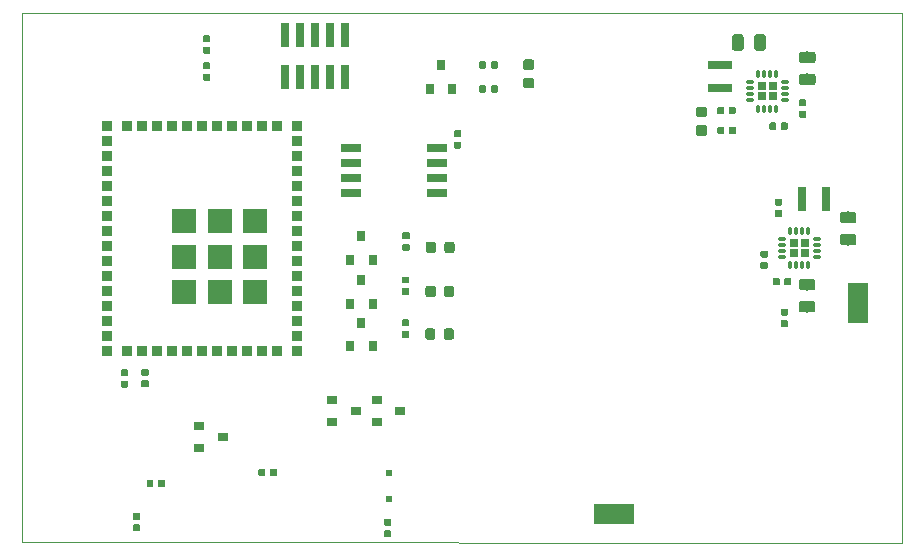
<source format=gbr>
G04 #@! TF.GenerationSoftware,KiCad,Pcbnew,(6.0.0-rc1-dev-1030-g80d50d98b)*
G04 #@! TF.CreationDate,2019-02-21T10:42:04-07:00*
G04 #@! TF.ProjectId,airmed_board_w2.0,6169726D65645F626F6172645F77322E,rev?*
G04 #@! TF.SameCoordinates,Original*
G04 #@! TF.FileFunction,Paste,Top*
G04 #@! TF.FilePolarity,Positive*
%FSLAX46Y46*%
G04 Gerber Fmt 4.6, Leading zero omitted, Abs format (unit mm)*
G04 Created by KiCad (PCBNEW (6.0.0-rc1-dev-1030-g80d50d98b)) date Thursday, February 21, 2019 at 10:42:04 AM*
%MOMM*%
%LPD*%
G01*
G04 APERTURE LIST*
%ADD10C,0.050000*%
%ADD11R,1.800000X3.400000*%
%ADD12R,0.900000X0.800000*%
%ADD13R,1.700000X0.650000*%
%ADD14R,3.400000X1.800000*%
%ADD15R,0.750000X2.100000*%
%ADD16C,0.025400*%
%ADD17C,0.590000*%
%ADD18R,0.500000X0.500000*%
%ADD19C,0.875000*%
%ADD20R,2.100000X2.100000*%
%ADD21R,0.900000X0.900000*%
%ADD22R,0.730000X0.730000*%
%ADD23O,0.300000X0.750000*%
%ADD24O,0.750000X0.300000*%
%ADD25R,2.000000X0.800000*%
%ADD26R,0.800000X2.000000*%
%ADD27C,0.975000*%
%ADD28R,0.800000X0.900000*%
G04 APERTURE END LIST*
D10*
X113487200Y-135255000D02*
X113487200Y-90474800D01*
X187934600Y-135382000D02*
X113487200Y-135255000D01*
X187934600Y-90500200D02*
X187934600Y-135382000D01*
X113487200Y-90474800D02*
X187934600Y-90500200D01*
D11*
G04 #@! TO.C,TP1*
X184251600Y-115036600D03*
G04 #@! TD*
D12*
G04 #@! TO.C,Q7*
X130438400Y-126390400D03*
X128438400Y-127340400D03*
X128438400Y-125440400D03*
G04 #@! TD*
D13*
G04 #@! TO.C,IC2*
X148582400Y-101904800D03*
X148582400Y-103174800D03*
X148582400Y-104444800D03*
X148582400Y-105714800D03*
X141282400Y-105714800D03*
X141282400Y-104444800D03*
X141282400Y-103174800D03*
X141282400Y-101904800D03*
G04 #@! TD*
D12*
G04 #@! TO.C,Q5*
X145500600Y-124155200D03*
X143500600Y-125105200D03*
X143500600Y-123205200D03*
G04 #@! TD*
D14*
G04 #@! TO.C,TP11*
X163563300Y-132930900D03*
G04 #@! TD*
D15*
G04 #@! TO.C,J4*
X135737600Y-92332400D03*
X135737600Y-95932400D03*
X137007600Y-92332400D03*
X137007600Y-95932400D03*
X138277600Y-92332400D03*
X138277600Y-95932400D03*
X139547600Y-92332400D03*
X139547600Y-95932400D03*
X140817600Y-92332400D03*
X140817600Y-95932400D03*
G04 #@! TD*
D16*
G04 #@! TO.C,R17*
G36*
X123351558Y-133769310D02*
X123365876Y-133771434D01*
X123379917Y-133774951D01*
X123393546Y-133779828D01*
X123406631Y-133786017D01*
X123419047Y-133793458D01*
X123430673Y-133802081D01*
X123441398Y-133811802D01*
X123451119Y-133822527D01*
X123459742Y-133834153D01*
X123467183Y-133846569D01*
X123473372Y-133859654D01*
X123478249Y-133873283D01*
X123481766Y-133887324D01*
X123483890Y-133901642D01*
X123484600Y-133916100D01*
X123484600Y-134211100D01*
X123483890Y-134225558D01*
X123481766Y-134239876D01*
X123478249Y-134253917D01*
X123473372Y-134267546D01*
X123467183Y-134280631D01*
X123459742Y-134293047D01*
X123451119Y-134304673D01*
X123441398Y-134315398D01*
X123430673Y-134325119D01*
X123419047Y-134333742D01*
X123406631Y-134341183D01*
X123393546Y-134347372D01*
X123379917Y-134352249D01*
X123365876Y-134355766D01*
X123351558Y-134357890D01*
X123337100Y-134358600D01*
X122992100Y-134358600D01*
X122977642Y-134357890D01*
X122963324Y-134355766D01*
X122949283Y-134352249D01*
X122935654Y-134347372D01*
X122922569Y-134341183D01*
X122910153Y-134333742D01*
X122898527Y-134325119D01*
X122887802Y-134315398D01*
X122878081Y-134304673D01*
X122869458Y-134293047D01*
X122862017Y-134280631D01*
X122855828Y-134267546D01*
X122850951Y-134253917D01*
X122847434Y-134239876D01*
X122845310Y-134225558D01*
X122844600Y-134211100D01*
X122844600Y-133916100D01*
X122845310Y-133901642D01*
X122847434Y-133887324D01*
X122850951Y-133873283D01*
X122855828Y-133859654D01*
X122862017Y-133846569D01*
X122869458Y-133834153D01*
X122878081Y-133822527D01*
X122887802Y-133811802D01*
X122898527Y-133802081D01*
X122910153Y-133793458D01*
X122922569Y-133786017D01*
X122935654Y-133779828D01*
X122949283Y-133774951D01*
X122963324Y-133771434D01*
X122977642Y-133769310D01*
X122992100Y-133768600D01*
X123337100Y-133768600D01*
X123351558Y-133769310D01*
X123351558Y-133769310D01*
G37*
D17*
X123164600Y-134063600D03*
D16*
G36*
X123351558Y-132799310D02*
X123365876Y-132801434D01*
X123379917Y-132804951D01*
X123393546Y-132809828D01*
X123406631Y-132816017D01*
X123419047Y-132823458D01*
X123430673Y-132832081D01*
X123441398Y-132841802D01*
X123451119Y-132852527D01*
X123459742Y-132864153D01*
X123467183Y-132876569D01*
X123473372Y-132889654D01*
X123478249Y-132903283D01*
X123481766Y-132917324D01*
X123483890Y-132931642D01*
X123484600Y-132946100D01*
X123484600Y-133241100D01*
X123483890Y-133255558D01*
X123481766Y-133269876D01*
X123478249Y-133283917D01*
X123473372Y-133297546D01*
X123467183Y-133310631D01*
X123459742Y-133323047D01*
X123451119Y-133334673D01*
X123441398Y-133345398D01*
X123430673Y-133355119D01*
X123419047Y-133363742D01*
X123406631Y-133371183D01*
X123393546Y-133377372D01*
X123379917Y-133382249D01*
X123365876Y-133385766D01*
X123351558Y-133387890D01*
X123337100Y-133388600D01*
X122992100Y-133388600D01*
X122977642Y-133387890D01*
X122963324Y-133385766D01*
X122949283Y-133382249D01*
X122935654Y-133377372D01*
X122922569Y-133371183D01*
X122910153Y-133363742D01*
X122898527Y-133355119D01*
X122887802Y-133345398D01*
X122878081Y-133334673D01*
X122869458Y-133323047D01*
X122862017Y-133310631D01*
X122855828Y-133297546D01*
X122850951Y-133283917D01*
X122847434Y-133269876D01*
X122845310Y-133255558D01*
X122844600Y-133241100D01*
X122844600Y-132946100D01*
X122845310Y-132931642D01*
X122847434Y-132917324D01*
X122850951Y-132903283D01*
X122855828Y-132889654D01*
X122862017Y-132876569D01*
X122869458Y-132864153D01*
X122878081Y-132852527D01*
X122887802Y-132841802D01*
X122898527Y-132832081D01*
X122910153Y-132823458D01*
X122922569Y-132816017D01*
X122935654Y-132809828D01*
X122949283Y-132804951D01*
X122963324Y-132801434D01*
X122977642Y-132799310D01*
X122992100Y-132798600D01*
X123337100Y-132798600D01*
X123351558Y-132799310D01*
X123351558Y-132799310D01*
G37*
D17*
X123164600Y-133093600D03*
G04 #@! TD*
D16*
G04 #@! TO.C,R16*
G36*
X124460635Y-129982647D02*
X124474953Y-129984771D01*
X124488994Y-129988288D01*
X124502623Y-129993165D01*
X124515708Y-129999354D01*
X124528124Y-130006795D01*
X124539750Y-130015418D01*
X124550475Y-130025139D01*
X124560196Y-130035864D01*
X124568819Y-130047490D01*
X124576260Y-130059906D01*
X124582449Y-130072991D01*
X124587326Y-130086620D01*
X124590843Y-130100661D01*
X124592967Y-130114979D01*
X124593677Y-130129437D01*
X124593677Y-130474437D01*
X124592967Y-130488895D01*
X124590843Y-130503213D01*
X124587326Y-130517254D01*
X124582449Y-130530883D01*
X124576260Y-130543968D01*
X124568819Y-130556384D01*
X124560196Y-130568010D01*
X124550475Y-130578735D01*
X124539750Y-130588456D01*
X124528124Y-130597079D01*
X124515708Y-130604520D01*
X124502623Y-130610709D01*
X124488994Y-130615586D01*
X124474953Y-130619103D01*
X124460635Y-130621227D01*
X124446177Y-130621937D01*
X124151177Y-130621937D01*
X124136719Y-130621227D01*
X124122401Y-130619103D01*
X124108360Y-130615586D01*
X124094731Y-130610709D01*
X124081646Y-130604520D01*
X124069230Y-130597079D01*
X124057604Y-130588456D01*
X124046879Y-130578735D01*
X124037158Y-130568010D01*
X124028535Y-130556384D01*
X124021094Y-130543968D01*
X124014905Y-130530883D01*
X124010028Y-130517254D01*
X124006511Y-130503213D01*
X124004387Y-130488895D01*
X124003677Y-130474437D01*
X124003677Y-130129437D01*
X124004387Y-130114979D01*
X124006511Y-130100661D01*
X124010028Y-130086620D01*
X124014905Y-130072991D01*
X124021094Y-130059906D01*
X124028535Y-130047490D01*
X124037158Y-130035864D01*
X124046879Y-130025139D01*
X124057604Y-130015418D01*
X124069230Y-130006795D01*
X124081646Y-129999354D01*
X124094731Y-129993165D01*
X124108360Y-129988288D01*
X124122401Y-129984771D01*
X124136719Y-129982647D01*
X124151177Y-129981937D01*
X124446177Y-129981937D01*
X124460635Y-129982647D01*
X124460635Y-129982647D01*
G37*
D17*
X124298677Y-130301937D03*
D16*
G36*
X125430635Y-129982647D02*
X125444953Y-129984771D01*
X125458994Y-129988288D01*
X125472623Y-129993165D01*
X125485708Y-129999354D01*
X125498124Y-130006795D01*
X125509750Y-130015418D01*
X125520475Y-130025139D01*
X125530196Y-130035864D01*
X125538819Y-130047490D01*
X125546260Y-130059906D01*
X125552449Y-130072991D01*
X125557326Y-130086620D01*
X125560843Y-130100661D01*
X125562967Y-130114979D01*
X125563677Y-130129437D01*
X125563677Y-130474437D01*
X125562967Y-130488895D01*
X125560843Y-130503213D01*
X125557326Y-130517254D01*
X125552449Y-130530883D01*
X125546260Y-130543968D01*
X125538819Y-130556384D01*
X125530196Y-130568010D01*
X125520475Y-130578735D01*
X125509750Y-130588456D01*
X125498124Y-130597079D01*
X125485708Y-130604520D01*
X125472623Y-130610709D01*
X125458994Y-130615586D01*
X125444953Y-130619103D01*
X125430635Y-130621227D01*
X125416177Y-130621937D01*
X125121177Y-130621937D01*
X125106719Y-130621227D01*
X125092401Y-130619103D01*
X125078360Y-130615586D01*
X125064731Y-130610709D01*
X125051646Y-130604520D01*
X125039230Y-130597079D01*
X125027604Y-130588456D01*
X125016879Y-130578735D01*
X125007158Y-130568010D01*
X124998535Y-130556384D01*
X124991094Y-130543968D01*
X124984905Y-130530883D01*
X124980028Y-130517254D01*
X124976511Y-130503213D01*
X124974387Y-130488895D01*
X124973677Y-130474437D01*
X124973677Y-130129437D01*
X124974387Y-130114979D01*
X124976511Y-130100661D01*
X124980028Y-130086620D01*
X124984905Y-130072991D01*
X124991094Y-130059906D01*
X124998535Y-130047490D01*
X125007158Y-130035864D01*
X125016879Y-130025139D01*
X125027604Y-130015418D01*
X125039230Y-130006795D01*
X125051646Y-129999354D01*
X125064731Y-129993165D01*
X125078360Y-129988288D01*
X125092401Y-129984771D01*
X125106719Y-129982647D01*
X125121177Y-129981937D01*
X125416177Y-129981937D01*
X125430635Y-129982647D01*
X125430635Y-129982647D01*
G37*
D17*
X125268677Y-130301937D03*
G04 #@! TD*
D16*
G04 #@! TO.C,R15*
G36*
X144611358Y-134277310D02*
X144625676Y-134279434D01*
X144639717Y-134282951D01*
X144653346Y-134287828D01*
X144666431Y-134294017D01*
X144678847Y-134301458D01*
X144690473Y-134310081D01*
X144701198Y-134319802D01*
X144710919Y-134330527D01*
X144719542Y-134342153D01*
X144726983Y-134354569D01*
X144733172Y-134367654D01*
X144738049Y-134381283D01*
X144741566Y-134395324D01*
X144743690Y-134409642D01*
X144744400Y-134424100D01*
X144744400Y-134719100D01*
X144743690Y-134733558D01*
X144741566Y-134747876D01*
X144738049Y-134761917D01*
X144733172Y-134775546D01*
X144726983Y-134788631D01*
X144719542Y-134801047D01*
X144710919Y-134812673D01*
X144701198Y-134823398D01*
X144690473Y-134833119D01*
X144678847Y-134841742D01*
X144666431Y-134849183D01*
X144653346Y-134855372D01*
X144639717Y-134860249D01*
X144625676Y-134863766D01*
X144611358Y-134865890D01*
X144596900Y-134866600D01*
X144251900Y-134866600D01*
X144237442Y-134865890D01*
X144223124Y-134863766D01*
X144209083Y-134860249D01*
X144195454Y-134855372D01*
X144182369Y-134849183D01*
X144169953Y-134841742D01*
X144158327Y-134833119D01*
X144147602Y-134823398D01*
X144137881Y-134812673D01*
X144129258Y-134801047D01*
X144121817Y-134788631D01*
X144115628Y-134775546D01*
X144110751Y-134761917D01*
X144107234Y-134747876D01*
X144105110Y-134733558D01*
X144104400Y-134719100D01*
X144104400Y-134424100D01*
X144105110Y-134409642D01*
X144107234Y-134395324D01*
X144110751Y-134381283D01*
X144115628Y-134367654D01*
X144121817Y-134354569D01*
X144129258Y-134342153D01*
X144137881Y-134330527D01*
X144147602Y-134319802D01*
X144158327Y-134310081D01*
X144169953Y-134301458D01*
X144182369Y-134294017D01*
X144195454Y-134287828D01*
X144209083Y-134282951D01*
X144223124Y-134279434D01*
X144237442Y-134277310D01*
X144251900Y-134276600D01*
X144596900Y-134276600D01*
X144611358Y-134277310D01*
X144611358Y-134277310D01*
G37*
D17*
X144424400Y-134571600D03*
D16*
G36*
X144611358Y-133307310D02*
X144625676Y-133309434D01*
X144639717Y-133312951D01*
X144653346Y-133317828D01*
X144666431Y-133324017D01*
X144678847Y-133331458D01*
X144690473Y-133340081D01*
X144701198Y-133349802D01*
X144710919Y-133360527D01*
X144719542Y-133372153D01*
X144726983Y-133384569D01*
X144733172Y-133397654D01*
X144738049Y-133411283D01*
X144741566Y-133425324D01*
X144743690Y-133439642D01*
X144744400Y-133454100D01*
X144744400Y-133749100D01*
X144743690Y-133763558D01*
X144741566Y-133777876D01*
X144738049Y-133791917D01*
X144733172Y-133805546D01*
X144726983Y-133818631D01*
X144719542Y-133831047D01*
X144710919Y-133842673D01*
X144701198Y-133853398D01*
X144690473Y-133863119D01*
X144678847Y-133871742D01*
X144666431Y-133879183D01*
X144653346Y-133885372D01*
X144639717Y-133890249D01*
X144625676Y-133893766D01*
X144611358Y-133895890D01*
X144596900Y-133896600D01*
X144251900Y-133896600D01*
X144237442Y-133895890D01*
X144223124Y-133893766D01*
X144209083Y-133890249D01*
X144195454Y-133885372D01*
X144182369Y-133879183D01*
X144169953Y-133871742D01*
X144158327Y-133863119D01*
X144147602Y-133853398D01*
X144137881Y-133842673D01*
X144129258Y-133831047D01*
X144121817Y-133818631D01*
X144115628Y-133805546D01*
X144110751Y-133791917D01*
X144107234Y-133777876D01*
X144105110Y-133763558D01*
X144104400Y-133749100D01*
X144104400Y-133454100D01*
X144105110Y-133439642D01*
X144107234Y-133425324D01*
X144110751Y-133411283D01*
X144115628Y-133397654D01*
X144121817Y-133384569D01*
X144129258Y-133372153D01*
X144137881Y-133360527D01*
X144147602Y-133349802D01*
X144158327Y-133340081D01*
X144169953Y-133331458D01*
X144182369Y-133324017D01*
X144195454Y-133317828D01*
X144209083Y-133312951D01*
X144223124Y-133309434D01*
X144237442Y-133307310D01*
X144251900Y-133306600D01*
X144596900Y-133306600D01*
X144611358Y-133307310D01*
X144611358Y-133307310D01*
G37*
D17*
X144424400Y-133601600D03*
G04 #@! TD*
D16*
G04 #@! TO.C,R6*
G36*
X133941358Y-129042910D02*
X133955676Y-129045034D01*
X133969717Y-129048551D01*
X133983346Y-129053428D01*
X133996431Y-129059617D01*
X134008847Y-129067058D01*
X134020473Y-129075681D01*
X134031198Y-129085402D01*
X134040919Y-129096127D01*
X134049542Y-129107753D01*
X134056983Y-129120169D01*
X134063172Y-129133254D01*
X134068049Y-129146883D01*
X134071566Y-129160924D01*
X134073690Y-129175242D01*
X134074400Y-129189700D01*
X134074400Y-129534700D01*
X134073690Y-129549158D01*
X134071566Y-129563476D01*
X134068049Y-129577517D01*
X134063172Y-129591146D01*
X134056983Y-129604231D01*
X134049542Y-129616647D01*
X134040919Y-129628273D01*
X134031198Y-129638998D01*
X134020473Y-129648719D01*
X134008847Y-129657342D01*
X133996431Y-129664783D01*
X133983346Y-129670972D01*
X133969717Y-129675849D01*
X133955676Y-129679366D01*
X133941358Y-129681490D01*
X133926900Y-129682200D01*
X133631900Y-129682200D01*
X133617442Y-129681490D01*
X133603124Y-129679366D01*
X133589083Y-129675849D01*
X133575454Y-129670972D01*
X133562369Y-129664783D01*
X133549953Y-129657342D01*
X133538327Y-129648719D01*
X133527602Y-129638998D01*
X133517881Y-129628273D01*
X133509258Y-129616647D01*
X133501817Y-129604231D01*
X133495628Y-129591146D01*
X133490751Y-129577517D01*
X133487234Y-129563476D01*
X133485110Y-129549158D01*
X133484400Y-129534700D01*
X133484400Y-129189700D01*
X133485110Y-129175242D01*
X133487234Y-129160924D01*
X133490751Y-129146883D01*
X133495628Y-129133254D01*
X133501817Y-129120169D01*
X133509258Y-129107753D01*
X133517881Y-129096127D01*
X133527602Y-129085402D01*
X133538327Y-129075681D01*
X133549953Y-129067058D01*
X133562369Y-129059617D01*
X133575454Y-129053428D01*
X133589083Y-129048551D01*
X133603124Y-129045034D01*
X133617442Y-129042910D01*
X133631900Y-129042200D01*
X133926900Y-129042200D01*
X133941358Y-129042910D01*
X133941358Y-129042910D01*
G37*
D17*
X133779400Y-129362200D03*
D16*
G36*
X134911358Y-129042910D02*
X134925676Y-129045034D01*
X134939717Y-129048551D01*
X134953346Y-129053428D01*
X134966431Y-129059617D01*
X134978847Y-129067058D01*
X134990473Y-129075681D01*
X135001198Y-129085402D01*
X135010919Y-129096127D01*
X135019542Y-129107753D01*
X135026983Y-129120169D01*
X135033172Y-129133254D01*
X135038049Y-129146883D01*
X135041566Y-129160924D01*
X135043690Y-129175242D01*
X135044400Y-129189700D01*
X135044400Y-129534700D01*
X135043690Y-129549158D01*
X135041566Y-129563476D01*
X135038049Y-129577517D01*
X135033172Y-129591146D01*
X135026983Y-129604231D01*
X135019542Y-129616647D01*
X135010919Y-129628273D01*
X135001198Y-129638998D01*
X134990473Y-129648719D01*
X134978847Y-129657342D01*
X134966431Y-129664783D01*
X134953346Y-129670972D01*
X134939717Y-129675849D01*
X134925676Y-129679366D01*
X134911358Y-129681490D01*
X134896900Y-129682200D01*
X134601900Y-129682200D01*
X134587442Y-129681490D01*
X134573124Y-129679366D01*
X134559083Y-129675849D01*
X134545454Y-129670972D01*
X134532369Y-129664783D01*
X134519953Y-129657342D01*
X134508327Y-129648719D01*
X134497602Y-129638998D01*
X134487881Y-129628273D01*
X134479258Y-129616647D01*
X134471817Y-129604231D01*
X134465628Y-129591146D01*
X134460751Y-129577517D01*
X134457234Y-129563476D01*
X134455110Y-129549158D01*
X134454400Y-129534700D01*
X134454400Y-129189700D01*
X134455110Y-129175242D01*
X134457234Y-129160924D01*
X134460751Y-129146883D01*
X134465628Y-129133254D01*
X134471817Y-129120169D01*
X134479258Y-129107753D01*
X134487881Y-129096127D01*
X134497602Y-129085402D01*
X134508327Y-129075681D01*
X134519953Y-129067058D01*
X134532369Y-129059617D01*
X134545454Y-129053428D01*
X134559083Y-129048551D01*
X134573124Y-129045034D01*
X134587442Y-129042910D01*
X134601900Y-129042200D01*
X134896900Y-129042200D01*
X134911358Y-129042910D01*
X134911358Y-129042910D01*
G37*
D17*
X134749400Y-129362200D03*
G04 #@! TD*
D12*
G04 #@! TO.C,Q6*
X141741400Y-124155200D03*
X139741400Y-125105200D03*
X139741400Y-123205200D03*
G04 #@! TD*
D18*
G04 #@! TO.C,D6*
X144551400Y-131630600D03*
X144551400Y-129430600D03*
G04 #@! TD*
D16*
G04 #@! TO.C,R5*
G36*
X173773358Y-100112310D02*
X173787676Y-100114434D01*
X173801717Y-100117951D01*
X173815346Y-100122828D01*
X173828431Y-100129017D01*
X173840847Y-100136458D01*
X173852473Y-100145081D01*
X173863198Y-100154802D01*
X173872919Y-100165527D01*
X173881542Y-100177153D01*
X173888983Y-100189569D01*
X173895172Y-100202654D01*
X173900049Y-100216283D01*
X173903566Y-100230324D01*
X173905690Y-100244642D01*
X173906400Y-100259100D01*
X173906400Y-100604100D01*
X173905690Y-100618558D01*
X173903566Y-100632876D01*
X173900049Y-100646917D01*
X173895172Y-100660546D01*
X173888983Y-100673631D01*
X173881542Y-100686047D01*
X173872919Y-100697673D01*
X173863198Y-100708398D01*
X173852473Y-100718119D01*
X173840847Y-100726742D01*
X173828431Y-100734183D01*
X173815346Y-100740372D01*
X173801717Y-100745249D01*
X173787676Y-100748766D01*
X173773358Y-100750890D01*
X173758900Y-100751600D01*
X173463900Y-100751600D01*
X173449442Y-100750890D01*
X173435124Y-100748766D01*
X173421083Y-100745249D01*
X173407454Y-100740372D01*
X173394369Y-100734183D01*
X173381953Y-100726742D01*
X173370327Y-100718119D01*
X173359602Y-100708398D01*
X173349881Y-100697673D01*
X173341258Y-100686047D01*
X173333817Y-100673631D01*
X173327628Y-100660546D01*
X173322751Y-100646917D01*
X173319234Y-100632876D01*
X173317110Y-100618558D01*
X173316400Y-100604100D01*
X173316400Y-100259100D01*
X173317110Y-100244642D01*
X173319234Y-100230324D01*
X173322751Y-100216283D01*
X173327628Y-100202654D01*
X173333817Y-100189569D01*
X173341258Y-100177153D01*
X173349881Y-100165527D01*
X173359602Y-100154802D01*
X173370327Y-100145081D01*
X173381953Y-100136458D01*
X173394369Y-100129017D01*
X173407454Y-100122828D01*
X173421083Y-100117951D01*
X173435124Y-100114434D01*
X173449442Y-100112310D01*
X173463900Y-100111600D01*
X173758900Y-100111600D01*
X173773358Y-100112310D01*
X173773358Y-100112310D01*
G37*
D17*
X173611400Y-100431600D03*
D16*
G36*
X172803358Y-100112310D02*
X172817676Y-100114434D01*
X172831717Y-100117951D01*
X172845346Y-100122828D01*
X172858431Y-100129017D01*
X172870847Y-100136458D01*
X172882473Y-100145081D01*
X172893198Y-100154802D01*
X172902919Y-100165527D01*
X172911542Y-100177153D01*
X172918983Y-100189569D01*
X172925172Y-100202654D01*
X172930049Y-100216283D01*
X172933566Y-100230324D01*
X172935690Y-100244642D01*
X172936400Y-100259100D01*
X172936400Y-100604100D01*
X172935690Y-100618558D01*
X172933566Y-100632876D01*
X172930049Y-100646917D01*
X172925172Y-100660546D01*
X172918983Y-100673631D01*
X172911542Y-100686047D01*
X172902919Y-100697673D01*
X172893198Y-100708398D01*
X172882473Y-100718119D01*
X172870847Y-100726742D01*
X172858431Y-100734183D01*
X172845346Y-100740372D01*
X172831717Y-100745249D01*
X172817676Y-100748766D01*
X172803358Y-100750890D01*
X172788900Y-100751600D01*
X172493900Y-100751600D01*
X172479442Y-100750890D01*
X172465124Y-100748766D01*
X172451083Y-100745249D01*
X172437454Y-100740372D01*
X172424369Y-100734183D01*
X172411953Y-100726742D01*
X172400327Y-100718119D01*
X172389602Y-100708398D01*
X172379881Y-100697673D01*
X172371258Y-100686047D01*
X172363817Y-100673631D01*
X172357628Y-100660546D01*
X172352751Y-100646917D01*
X172349234Y-100632876D01*
X172347110Y-100618558D01*
X172346400Y-100604100D01*
X172346400Y-100259100D01*
X172347110Y-100244642D01*
X172349234Y-100230324D01*
X172352751Y-100216283D01*
X172357628Y-100202654D01*
X172363817Y-100189569D01*
X172371258Y-100177153D01*
X172379881Y-100165527D01*
X172389602Y-100154802D01*
X172400327Y-100145081D01*
X172411953Y-100136458D01*
X172424369Y-100129017D01*
X172437454Y-100122828D01*
X172451083Y-100117951D01*
X172465124Y-100114434D01*
X172479442Y-100112310D01*
X172493900Y-100111600D01*
X172788900Y-100111600D01*
X172803358Y-100112310D01*
X172803358Y-100112310D01*
G37*
D17*
X172641400Y-100431600D03*
G04 #@! TD*
D16*
G04 #@! TO.C,D1*
G36*
X171270155Y-98407261D02*
X171291390Y-98410411D01*
X171312214Y-98415627D01*
X171332426Y-98422859D01*
X171351832Y-98432038D01*
X171370245Y-98443074D01*
X171387488Y-98455862D01*
X171403394Y-98470278D01*
X171417810Y-98486184D01*
X171430598Y-98503427D01*
X171441634Y-98521840D01*
X171450813Y-98541246D01*
X171458045Y-98561458D01*
X171463261Y-98582282D01*
X171466411Y-98603517D01*
X171467464Y-98624958D01*
X171467464Y-99062458D01*
X171466411Y-99083899D01*
X171463261Y-99105134D01*
X171458045Y-99125958D01*
X171450813Y-99146170D01*
X171441634Y-99165576D01*
X171430598Y-99183989D01*
X171417810Y-99201232D01*
X171403394Y-99217138D01*
X171387488Y-99231554D01*
X171370245Y-99244342D01*
X171351832Y-99255378D01*
X171332426Y-99264557D01*
X171312214Y-99271789D01*
X171291390Y-99277005D01*
X171270155Y-99280155D01*
X171248714Y-99281208D01*
X170736214Y-99281208D01*
X170714773Y-99280155D01*
X170693538Y-99277005D01*
X170672714Y-99271789D01*
X170652502Y-99264557D01*
X170633096Y-99255378D01*
X170614683Y-99244342D01*
X170597440Y-99231554D01*
X170581534Y-99217138D01*
X170567118Y-99201232D01*
X170554330Y-99183989D01*
X170543294Y-99165576D01*
X170534115Y-99146170D01*
X170526883Y-99125958D01*
X170521667Y-99105134D01*
X170518517Y-99083899D01*
X170517464Y-99062458D01*
X170517464Y-98624958D01*
X170518517Y-98603517D01*
X170521667Y-98582282D01*
X170526883Y-98561458D01*
X170534115Y-98541246D01*
X170543294Y-98521840D01*
X170554330Y-98503427D01*
X170567118Y-98486184D01*
X170581534Y-98470278D01*
X170597440Y-98455862D01*
X170614683Y-98443074D01*
X170633096Y-98432038D01*
X170652502Y-98422859D01*
X170672714Y-98415627D01*
X170693538Y-98410411D01*
X170714773Y-98407261D01*
X170736214Y-98406208D01*
X171248714Y-98406208D01*
X171270155Y-98407261D01*
X171270155Y-98407261D01*
G37*
D19*
X170992464Y-98843708D03*
D16*
G36*
X171270155Y-99982261D02*
X171291390Y-99985411D01*
X171312214Y-99990627D01*
X171332426Y-99997859D01*
X171351832Y-100007038D01*
X171370245Y-100018074D01*
X171387488Y-100030862D01*
X171403394Y-100045278D01*
X171417810Y-100061184D01*
X171430598Y-100078427D01*
X171441634Y-100096840D01*
X171450813Y-100116246D01*
X171458045Y-100136458D01*
X171463261Y-100157282D01*
X171466411Y-100178517D01*
X171467464Y-100199958D01*
X171467464Y-100637458D01*
X171466411Y-100658899D01*
X171463261Y-100680134D01*
X171458045Y-100700958D01*
X171450813Y-100721170D01*
X171441634Y-100740576D01*
X171430598Y-100758989D01*
X171417810Y-100776232D01*
X171403394Y-100792138D01*
X171387488Y-100806554D01*
X171370245Y-100819342D01*
X171351832Y-100830378D01*
X171332426Y-100839557D01*
X171312214Y-100846789D01*
X171291390Y-100852005D01*
X171270155Y-100855155D01*
X171248714Y-100856208D01*
X170736214Y-100856208D01*
X170714773Y-100855155D01*
X170693538Y-100852005D01*
X170672714Y-100846789D01*
X170652502Y-100839557D01*
X170633096Y-100830378D01*
X170614683Y-100819342D01*
X170597440Y-100806554D01*
X170581534Y-100792138D01*
X170567118Y-100776232D01*
X170554330Y-100758989D01*
X170543294Y-100740576D01*
X170534115Y-100721170D01*
X170526883Y-100700958D01*
X170521667Y-100680134D01*
X170518517Y-100658899D01*
X170517464Y-100637458D01*
X170517464Y-100199958D01*
X170518517Y-100178517D01*
X170521667Y-100157282D01*
X170526883Y-100136458D01*
X170534115Y-100116246D01*
X170543294Y-100096840D01*
X170554330Y-100078427D01*
X170567118Y-100061184D01*
X170581534Y-100045278D01*
X170597440Y-100030862D01*
X170614683Y-100018074D01*
X170633096Y-100007038D01*
X170652502Y-99997859D01*
X170672714Y-99990627D01*
X170693538Y-99985411D01*
X170714773Y-99982261D01*
X170736214Y-99981208D01*
X171248714Y-99981208D01*
X171270155Y-99982261D01*
X171270155Y-99982261D01*
G37*
D19*
X170992464Y-100418708D03*
G04 #@! TD*
D20*
G04 #@! TO.C,IC1*
X127201800Y-108101000D03*
X127201800Y-111101000D03*
X127201800Y-114101000D03*
X130201800Y-108101000D03*
X130201800Y-111101000D03*
X130201800Y-114101000D03*
X133201800Y-108101000D03*
X133201800Y-111101000D03*
X133201800Y-114101000D03*
D21*
X135051800Y-119126000D03*
X133781800Y-119126000D03*
X132511800Y-119126000D03*
X131241800Y-119126000D03*
X129971800Y-119126000D03*
X128701800Y-119126000D03*
X127431800Y-119126000D03*
X126161800Y-119126000D03*
X124891800Y-119126000D03*
X123621800Y-119126000D03*
X122351800Y-119126000D03*
X120651800Y-119126000D03*
X120651800Y-117856000D03*
X120651800Y-116586000D03*
X120651800Y-115316000D03*
X120651800Y-114046000D03*
X120651800Y-112776000D03*
X120651800Y-111506000D03*
X120651800Y-110236000D03*
X120651800Y-108966000D03*
X120651800Y-107696000D03*
X120651800Y-106426000D03*
X120651800Y-105156000D03*
X120651800Y-103886000D03*
X120651800Y-102616000D03*
X120651800Y-101346000D03*
X120651800Y-100076000D03*
X122351800Y-100076000D03*
X123621800Y-100076000D03*
X124891800Y-100076000D03*
X126161800Y-100076000D03*
X127431800Y-100076000D03*
X128701800Y-100076000D03*
X129971800Y-100076000D03*
X131241800Y-100076000D03*
X132511800Y-100076000D03*
X133781800Y-100076000D03*
X135051800Y-100076000D03*
X136751800Y-100076000D03*
X136751800Y-101346000D03*
X136751800Y-102616000D03*
X136751800Y-103886000D03*
X136751800Y-105156000D03*
X136751800Y-106426000D03*
X136751800Y-107696000D03*
X136751800Y-108966000D03*
X136751800Y-110236000D03*
X136751800Y-111506000D03*
X136751800Y-112776000D03*
X136751800Y-114046000D03*
X136751800Y-115316000D03*
X136751800Y-116586000D03*
X136751800Y-117856000D03*
X136751800Y-119126000D03*
G04 #@! TD*
D22*
G04 #@! TO.C,U2*
X176105064Y-96641208D03*
X177005064Y-96641208D03*
X177005064Y-97541208D03*
X176105064Y-97541208D03*
D23*
X175805064Y-95616208D03*
X176305064Y-95616208D03*
X176805064Y-95616208D03*
X177305064Y-95616208D03*
D24*
X178030064Y-96341208D03*
X178030064Y-96841208D03*
X178030064Y-97341208D03*
X178030064Y-97841208D03*
D23*
X177305064Y-98566208D03*
X176805064Y-98566208D03*
X176305064Y-98566208D03*
X175805064Y-98566208D03*
D24*
X175080064Y-97841208D03*
X175080064Y-97341208D03*
X175080064Y-96841208D03*
X175080064Y-96341208D03*
G04 #@! TD*
D22*
G04 #@! TO.C,U1*
X179721972Y-109924612D03*
X179721972Y-110824612D03*
X178821972Y-110824612D03*
X178821972Y-109924612D03*
D24*
X180746972Y-109624612D03*
X180746972Y-110124612D03*
X180746972Y-110624612D03*
X180746972Y-111124612D03*
D23*
X180021972Y-111849612D03*
X179521972Y-111849612D03*
X179021972Y-111849612D03*
X178521972Y-111849612D03*
D24*
X177796972Y-111124612D03*
X177796972Y-110624612D03*
X177796972Y-110124612D03*
X177796972Y-109624612D03*
D23*
X178521972Y-108899612D03*
X179021972Y-108899612D03*
X179521972Y-108899612D03*
X180021972Y-108899612D03*
G04 #@! TD*
D16*
G04 #@! TO.C,R14*
G36*
X173747622Y-98422918D02*
X173761940Y-98425042D01*
X173775981Y-98428559D01*
X173789610Y-98433436D01*
X173802695Y-98439625D01*
X173815111Y-98447066D01*
X173826737Y-98455689D01*
X173837462Y-98465410D01*
X173847183Y-98476135D01*
X173855806Y-98487761D01*
X173863247Y-98500177D01*
X173869436Y-98513262D01*
X173874313Y-98526891D01*
X173877830Y-98540932D01*
X173879954Y-98555250D01*
X173880664Y-98569708D01*
X173880664Y-98914708D01*
X173879954Y-98929166D01*
X173877830Y-98943484D01*
X173874313Y-98957525D01*
X173869436Y-98971154D01*
X173863247Y-98984239D01*
X173855806Y-98996655D01*
X173847183Y-99008281D01*
X173837462Y-99019006D01*
X173826737Y-99028727D01*
X173815111Y-99037350D01*
X173802695Y-99044791D01*
X173789610Y-99050980D01*
X173775981Y-99055857D01*
X173761940Y-99059374D01*
X173747622Y-99061498D01*
X173733164Y-99062208D01*
X173438164Y-99062208D01*
X173423706Y-99061498D01*
X173409388Y-99059374D01*
X173395347Y-99055857D01*
X173381718Y-99050980D01*
X173368633Y-99044791D01*
X173356217Y-99037350D01*
X173344591Y-99028727D01*
X173333866Y-99019006D01*
X173324145Y-99008281D01*
X173315522Y-98996655D01*
X173308081Y-98984239D01*
X173301892Y-98971154D01*
X173297015Y-98957525D01*
X173293498Y-98943484D01*
X173291374Y-98929166D01*
X173290664Y-98914708D01*
X173290664Y-98569708D01*
X173291374Y-98555250D01*
X173293498Y-98540932D01*
X173297015Y-98526891D01*
X173301892Y-98513262D01*
X173308081Y-98500177D01*
X173315522Y-98487761D01*
X173324145Y-98476135D01*
X173333866Y-98465410D01*
X173344591Y-98455689D01*
X173356217Y-98447066D01*
X173368633Y-98439625D01*
X173381718Y-98433436D01*
X173395347Y-98428559D01*
X173409388Y-98425042D01*
X173423706Y-98422918D01*
X173438164Y-98422208D01*
X173733164Y-98422208D01*
X173747622Y-98422918D01*
X173747622Y-98422918D01*
G37*
D17*
X173585664Y-98742208D03*
D16*
G36*
X172777622Y-98422918D02*
X172791940Y-98425042D01*
X172805981Y-98428559D01*
X172819610Y-98433436D01*
X172832695Y-98439625D01*
X172845111Y-98447066D01*
X172856737Y-98455689D01*
X172867462Y-98465410D01*
X172877183Y-98476135D01*
X172885806Y-98487761D01*
X172893247Y-98500177D01*
X172899436Y-98513262D01*
X172904313Y-98526891D01*
X172907830Y-98540932D01*
X172909954Y-98555250D01*
X172910664Y-98569708D01*
X172910664Y-98914708D01*
X172909954Y-98929166D01*
X172907830Y-98943484D01*
X172904313Y-98957525D01*
X172899436Y-98971154D01*
X172893247Y-98984239D01*
X172885806Y-98996655D01*
X172877183Y-99008281D01*
X172867462Y-99019006D01*
X172856737Y-99028727D01*
X172845111Y-99037350D01*
X172832695Y-99044791D01*
X172819610Y-99050980D01*
X172805981Y-99055857D01*
X172791940Y-99059374D01*
X172777622Y-99061498D01*
X172763164Y-99062208D01*
X172468164Y-99062208D01*
X172453706Y-99061498D01*
X172439388Y-99059374D01*
X172425347Y-99055857D01*
X172411718Y-99050980D01*
X172398633Y-99044791D01*
X172386217Y-99037350D01*
X172374591Y-99028727D01*
X172363866Y-99019006D01*
X172354145Y-99008281D01*
X172345522Y-98996655D01*
X172338081Y-98984239D01*
X172331892Y-98971154D01*
X172327015Y-98957525D01*
X172323498Y-98943484D01*
X172321374Y-98929166D01*
X172320664Y-98914708D01*
X172320664Y-98569708D01*
X172321374Y-98555250D01*
X172323498Y-98540932D01*
X172327015Y-98526891D01*
X172331892Y-98513262D01*
X172338081Y-98500177D01*
X172345522Y-98487761D01*
X172354145Y-98476135D01*
X172363866Y-98465410D01*
X172374591Y-98455689D01*
X172386217Y-98447066D01*
X172398633Y-98439625D01*
X172411718Y-98433436D01*
X172425347Y-98428559D01*
X172439388Y-98425042D01*
X172453706Y-98422918D01*
X172468164Y-98422208D01*
X172763164Y-98422208D01*
X172777622Y-98422918D01*
X172777622Y-98422918D01*
G37*
D17*
X172615664Y-98742208D03*
G04 #@! TD*
D16*
G04 #@! TO.C,R13*
G36*
X177706330Y-107161722D02*
X177720648Y-107163846D01*
X177734689Y-107167363D01*
X177748318Y-107172240D01*
X177761403Y-107178429D01*
X177773819Y-107185870D01*
X177785445Y-107194493D01*
X177796170Y-107204214D01*
X177805891Y-107214939D01*
X177814514Y-107226565D01*
X177821955Y-107238981D01*
X177828144Y-107252066D01*
X177833021Y-107265695D01*
X177836538Y-107279736D01*
X177838662Y-107294054D01*
X177839372Y-107308512D01*
X177839372Y-107603512D01*
X177838662Y-107617970D01*
X177836538Y-107632288D01*
X177833021Y-107646329D01*
X177828144Y-107659958D01*
X177821955Y-107673043D01*
X177814514Y-107685459D01*
X177805891Y-107697085D01*
X177796170Y-107707810D01*
X177785445Y-107717531D01*
X177773819Y-107726154D01*
X177761403Y-107733595D01*
X177748318Y-107739784D01*
X177734689Y-107744661D01*
X177720648Y-107748178D01*
X177706330Y-107750302D01*
X177691872Y-107751012D01*
X177346872Y-107751012D01*
X177332414Y-107750302D01*
X177318096Y-107748178D01*
X177304055Y-107744661D01*
X177290426Y-107739784D01*
X177277341Y-107733595D01*
X177264925Y-107726154D01*
X177253299Y-107717531D01*
X177242574Y-107707810D01*
X177232853Y-107697085D01*
X177224230Y-107685459D01*
X177216789Y-107673043D01*
X177210600Y-107659958D01*
X177205723Y-107646329D01*
X177202206Y-107632288D01*
X177200082Y-107617970D01*
X177199372Y-107603512D01*
X177199372Y-107308512D01*
X177200082Y-107294054D01*
X177202206Y-107279736D01*
X177205723Y-107265695D01*
X177210600Y-107252066D01*
X177216789Y-107238981D01*
X177224230Y-107226565D01*
X177232853Y-107214939D01*
X177242574Y-107204214D01*
X177253299Y-107194493D01*
X177264925Y-107185870D01*
X177277341Y-107178429D01*
X177290426Y-107172240D01*
X177304055Y-107167363D01*
X177318096Y-107163846D01*
X177332414Y-107161722D01*
X177346872Y-107161012D01*
X177691872Y-107161012D01*
X177706330Y-107161722D01*
X177706330Y-107161722D01*
G37*
D17*
X177519372Y-107456012D03*
D16*
G36*
X177706330Y-106191722D02*
X177720648Y-106193846D01*
X177734689Y-106197363D01*
X177748318Y-106202240D01*
X177761403Y-106208429D01*
X177773819Y-106215870D01*
X177785445Y-106224493D01*
X177796170Y-106234214D01*
X177805891Y-106244939D01*
X177814514Y-106256565D01*
X177821955Y-106268981D01*
X177828144Y-106282066D01*
X177833021Y-106295695D01*
X177836538Y-106309736D01*
X177838662Y-106324054D01*
X177839372Y-106338512D01*
X177839372Y-106633512D01*
X177838662Y-106647970D01*
X177836538Y-106662288D01*
X177833021Y-106676329D01*
X177828144Y-106689958D01*
X177821955Y-106703043D01*
X177814514Y-106715459D01*
X177805891Y-106727085D01*
X177796170Y-106737810D01*
X177785445Y-106747531D01*
X177773819Y-106756154D01*
X177761403Y-106763595D01*
X177748318Y-106769784D01*
X177734689Y-106774661D01*
X177720648Y-106778178D01*
X177706330Y-106780302D01*
X177691872Y-106781012D01*
X177346872Y-106781012D01*
X177332414Y-106780302D01*
X177318096Y-106778178D01*
X177304055Y-106774661D01*
X177290426Y-106769784D01*
X177277341Y-106763595D01*
X177264925Y-106756154D01*
X177253299Y-106747531D01*
X177242574Y-106737810D01*
X177232853Y-106727085D01*
X177224230Y-106715459D01*
X177216789Y-106703043D01*
X177210600Y-106689958D01*
X177205723Y-106676329D01*
X177202206Y-106662288D01*
X177200082Y-106647970D01*
X177199372Y-106633512D01*
X177199372Y-106338512D01*
X177200082Y-106324054D01*
X177202206Y-106309736D01*
X177205723Y-106295695D01*
X177210600Y-106282066D01*
X177216789Y-106268981D01*
X177224230Y-106256565D01*
X177232853Y-106244939D01*
X177242574Y-106234214D01*
X177253299Y-106224493D01*
X177264925Y-106215870D01*
X177277341Y-106208429D01*
X177290426Y-106202240D01*
X177304055Y-106197363D01*
X177318096Y-106193846D01*
X177332414Y-106191722D01*
X177346872Y-106191012D01*
X177691872Y-106191012D01*
X177706330Y-106191722D01*
X177706330Y-106191722D01*
G37*
D17*
X177519372Y-106486012D03*
G04 #@! TD*
D25*
G04 #@! TO.C,L3*
X172567264Y-94846608D03*
X172567264Y-96846608D03*
G04 #@! TD*
D26*
G04 #@! TO.C,L2*
X181516572Y-106209012D03*
X179516572Y-106209012D03*
G04 #@! TD*
D16*
G04 #@! TO.C,C17*
G36*
X174335806Y-92277582D02*
X174359467Y-92281092D01*
X174382671Y-92286904D01*
X174405193Y-92294962D01*
X174426817Y-92305190D01*
X174447334Y-92317487D01*
X174466547Y-92331737D01*
X174484271Y-92347801D01*
X174500335Y-92365525D01*
X174514585Y-92384738D01*
X174526882Y-92405255D01*
X174537110Y-92426879D01*
X174545168Y-92449401D01*
X174550980Y-92472605D01*
X174554490Y-92496266D01*
X174555664Y-92520158D01*
X174555664Y-93432658D01*
X174554490Y-93456550D01*
X174550980Y-93480211D01*
X174545168Y-93503415D01*
X174537110Y-93525937D01*
X174526882Y-93547561D01*
X174514585Y-93568078D01*
X174500335Y-93587291D01*
X174484271Y-93605015D01*
X174466547Y-93621079D01*
X174447334Y-93635329D01*
X174426817Y-93647626D01*
X174405193Y-93657854D01*
X174382671Y-93665912D01*
X174359467Y-93671724D01*
X174335806Y-93675234D01*
X174311914Y-93676408D01*
X173824414Y-93676408D01*
X173800522Y-93675234D01*
X173776861Y-93671724D01*
X173753657Y-93665912D01*
X173731135Y-93657854D01*
X173709511Y-93647626D01*
X173688994Y-93635329D01*
X173669781Y-93621079D01*
X173652057Y-93605015D01*
X173635993Y-93587291D01*
X173621743Y-93568078D01*
X173609446Y-93547561D01*
X173599218Y-93525937D01*
X173591160Y-93503415D01*
X173585348Y-93480211D01*
X173581838Y-93456550D01*
X173580664Y-93432658D01*
X173580664Y-92520158D01*
X173581838Y-92496266D01*
X173585348Y-92472605D01*
X173591160Y-92449401D01*
X173599218Y-92426879D01*
X173609446Y-92405255D01*
X173621743Y-92384738D01*
X173635993Y-92365525D01*
X173652057Y-92347801D01*
X173669781Y-92331737D01*
X173688994Y-92317487D01*
X173709511Y-92305190D01*
X173731135Y-92294962D01*
X173753657Y-92286904D01*
X173776861Y-92281092D01*
X173800522Y-92277582D01*
X173824414Y-92276408D01*
X174311914Y-92276408D01*
X174335806Y-92277582D01*
X174335806Y-92277582D01*
G37*
D27*
X174068164Y-92976408D03*
D16*
G36*
X176210806Y-92277582D02*
X176234467Y-92281092D01*
X176257671Y-92286904D01*
X176280193Y-92294962D01*
X176301817Y-92305190D01*
X176322334Y-92317487D01*
X176341547Y-92331737D01*
X176359271Y-92347801D01*
X176375335Y-92365525D01*
X176389585Y-92384738D01*
X176401882Y-92405255D01*
X176412110Y-92426879D01*
X176420168Y-92449401D01*
X176425980Y-92472605D01*
X176429490Y-92496266D01*
X176430664Y-92520158D01*
X176430664Y-93432658D01*
X176429490Y-93456550D01*
X176425980Y-93480211D01*
X176420168Y-93503415D01*
X176412110Y-93525937D01*
X176401882Y-93547561D01*
X176389585Y-93568078D01*
X176375335Y-93587291D01*
X176359271Y-93605015D01*
X176341547Y-93621079D01*
X176322334Y-93635329D01*
X176301817Y-93647626D01*
X176280193Y-93657854D01*
X176257671Y-93665912D01*
X176234467Y-93671724D01*
X176210806Y-93675234D01*
X176186914Y-93676408D01*
X175699414Y-93676408D01*
X175675522Y-93675234D01*
X175651861Y-93671724D01*
X175628657Y-93665912D01*
X175606135Y-93657854D01*
X175584511Y-93647626D01*
X175563994Y-93635329D01*
X175544781Y-93621079D01*
X175527057Y-93605015D01*
X175510993Y-93587291D01*
X175496743Y-93568078D01*
X175484446Y-93547561D01*
X175474218Y-93525937D01*
X175466160Y-93503415D01*
X175460348Y-93480211D01*
X175456838Y-93456550D01*
X175455664Y-93432658D01*
X175455664Y-92520158D01*
X175456838Y-92496266D01*
X175460348Y-92472605D01*
X175466160Y-92449401D01*
X175474218Y-92426879D01*
X175484446Y-92405255D01*
X175496743Y-92384738D01*
X175510993Y-92365525D01*
X175527057Y-92347801D01*
X175544781Y-92331737D01*
X175563994Y-92317487D01*
X175584511Y-92305190D01*
X175606135Y-92294962D01*
X175628657Y-92286904D01*
X175651861Y-92281092D01*
X175675522Y-92277582D01*
X175699414Y-92276408D01*
X176186914Y-92276408D01*
X176210806Y-92277582D01*
X176210806Y-92277582D01*
G37*
D27*
X175943164Y-92976408D03*
G04 #@! TD*
D16*
G04 #@! TO.C,C16*
G36*
X183892314Y-109172486D02*
X183915975Y-109175996D01*
X183939179Y-109181808D01*
X183961701Y-109189866D01*
X183983325Y-109200094D01*
X184003842Y-109212391D01*
X184023055Y-109226641D01*
X184040779Y-109242705D01*
X184056843Y-109260429D01*
X184071093Y-109279642D01*
X184083390Y-109300159D01*
X184093618Y-109321783D01*
X184101676Y-109344305D01*
X184107488Y-109367509D01*
X184110998Y-109391170D01*
X184112172Y-109415062D01*
X184112172Y-109902562D01*
X184110998Y-109926454D01*
X184107488Y-109950115D01*
X184101676Y-109973319D01*
X184093618Y-109995841D01*
X184083390Y-110017465D01*
X184071093Y-110037982D01*
X184056843Y-110057195D01*
X184040779Y-110074919D01*
X184023055Y-110090983D01*
X184003842Y-110105233D01*
X183983325Y-110117530D01*
X183961701Y-110127758D01*
X183939179Y-110135816D01*
X183915975Y-110141628D01*
X183892314Y-110145138D01*
X183868422Y-110146312D01*
X182955922Y-110146312D01*
X182932030Y-110145138D01*
X182908369Y-110141628D01*
X182885165Y-110135816D01*
X182862643Y-110127758D01*
X182841019Y-110117530D01*
X182820502Y-110105233D01*
X182801289Y-110090983D01*
X182783565Y-110074919D01*
X182767501Y-110057195D01*
X182753251Y-110037982D01*
X182740954Y-110017465D01*
X182730726Y-109995841D01*
X182722668Y-109973319D01*
X182716856Y-109950115D01*
X182713346Y-109926454D01*
X182712172Y-109902562D01*
X182712172Y-109415062D01*
X182713346Y-109391170D01*
X182716856Y-109367509D01*
X182722668Y-109344305D01*
X182730726Y-109321783D01*
X182740954Y-109300159D01*
X182753251Y-109279642D01*
X182767501Y-109260429D01*
X182783565Y-109242705D01*
X182801289Y-109226641D01*
X182820502Y-109212391D01*
X182841019Y-109200094D01*
X182862643Y-109189866D01*
X182885165Y-109181808D01*
X182908369Y-109175996D01*
X182932030Y-109172486D01*
X182955922Y-109171312D01*
X183868422Y-109171312D01*
X183892314Y-109172486D01*
X183892314Y-109172486D01*
G37*
D27*
X183412172Y-109658812D03*
D16*
G36*
X183892314Y-107297486D02*
X183915975Y-107300996D01*
X183939179Y-107306808D01*
X183961701Y-107314866D01*
X183983325Y-107325094D01*
X184003842Y-107337391D01*
X184023055Y-107351641D01*
X184040779Y-107367705D01*
X184056843Y-107385429D01*
X184071093Y-107404642D01*
X184083390Y-107425159D01*
X184093618Y-107446783D01*
X184101676Y-107469305D01*
X184107488Y-107492509D01*
X184110998Y-107516170D01*
X184112172Y-107540062D01*
X184112172Y-108027562D01*
X184110998Y-108051454D01*
X184107488Y-108075115D01*
X184101676Y-108098319D01*
X184093618Y-108120841D01*
X184083390Y-108142465D01*
X184071093Y-108162982D01*
X184056843Y-108182195D01*
X184040779Y-108199919D01*
X184023055Y-108215983D01*
X184003842Y-108230233D01*
X183983325Y-108242530D01*
X183961701Y-108252758D01*
X183939179Y-108260816D01*
X183915975Y-108266628D01*
X183892314Y-108270138D01*
X183868422Y-108271312D01*
X182955922Y-108271312D01*
X182932030Y-108270138D01*
X182908369Y-108266628D01*
X182885165Y-108260816D01*
X182862643Y-108252758D01*
X182841019Y-108242530D01*
X182820502Y-108230233D01*
X182801289Y-108215983D01*
X182783565Y-108199919D01*
X182767501Y-108182195D01*
X182753251Y-108162982D01*
X182740954Y-108142465D01*
X182730726Y-108120841D01*
X182722668Y-108098319D01*
X182716856Y-108075115D01*
X182713346Y-108051454D01*
X182712172Y-108027562D01*
X182712172Y-107540062D01*
X182713346Y-107516170D01*
X182716856Y-107492509D01*
X182722668Y-107469305D01*
X182730726Y-107446783D01*
X182740954Y-107425159D01*
X182753251Y-107404642D01*
X182767501Y-107385429D01*
X182783565Y-107367705D01*
X182801289Y-107351641D01*
X182820502Y-107337391D01*
X182841019Y-107325094D01*
X182862643Y-107314866D01*
X182885165Y-107306808D01*
X182908369Y-107300996D01*
X182932030Y-107297486D01*
X182955922Y-107296312D01*
X183868422Y-107296312D01*
X183892314Y-107297486D01*
X183892314Y-107297486D01*
G37*
D27*
X183412172Y-107783812D03*
G04 #@! TD*
D16*
G04 #@! TO.C,C15*
G36*
X179739222Y-98755118D02*
X179753540Y-98757242D01*
X179767581Y-98760759D01*
X179781210Y-98765636D01*
X179794295Y-98771825D01*
X179806711Y-98779266D01*
X179818337Y-98787889D01*
X179829062Y-98797610D01*
X179838783Y-98808335D01*
X179847406Y-98819961D01*
X179854847Y-98832377D01*
X179861036Y-98845462D01*
X179865913Y-98859091D01*
X179869430Y-98873132D01*
X179871554Y-98887450D01*
X179872264Y-98901908D01*
X179872264Y-99196908D01*
X179871554Y-99211366D01*
X179869430Y-99225684D01*
X179865913Y-99239725D01*
X179861036Y-99253354D01*
X179854847Y-99266439D01*
X179847406Y-99278855D01*
X179838783Y-99290481D01*
X179829062Y-99301206D01*
X179818337Y-99310927D01*
X179806711Y-99319550D01*
X179794295Y-99326991D01*
X179781210Y-99333180D01*
X179767581Y-99338057D01*
X179753540Y-99341574D01*
X179739222Y-99343698D01*
X179724764Y-99344408D01*
X179379764Y-99344408D01*
X179365306Y-99343698D01*
X179350988Y-99341574D01*
X179336947Y-99338057D01*
X179323318Y-99333180D01*
X179310233Y-99326991D01*
X179297817Y-99319550D01*
X179286191Y-99310927D01*
X179275466Y-99301206D01*
X179265745Y-99290481D01*
X179257122Y-99278855D01*
X179249681Y-99266439D01*
X179243492Y-99253354D01*
X179238615Y-99239725D01*
X179235098Y-99225684D01*
X179232974Y-99211366D01*
X179232264Y-99196908D01*
X179232264Y-98901908D01*
X179232974Y-98887450D01*
X179235098Y-98873132D01*
X179238615Y-98859091D01*
X179243492Y-98845462D01*
X179249681Y-98832377D01*
X179257122Y-98819961D01*
X179265745Y-98808335D01*
X179275466Y-98797610D01*
X179286191Y-98787889D01*
X179297817Y-98779266D01*
X179310233Y-98771825D01*
X179323318Y-98765636D01*
X179336947Y-98760759D01*
X179350988Y-98757242D01*
X179365306Y-98755118D01*
X179379764Y-98754408D01*
X179724764Y-98754408D01*
X179739222Y-98755118D01*
X179739222Y-98755118D01*
G37*
D17*
X179552264Y-99049408D03*
D16*
G36*
X179739222Y-97785118D02*
X179753540Y-97787242D01*
X179767581Y-97790759D01*
X179781210Y-97795636D01*
X179794295Y-97801825D01*
X179806711Y-97809266D01*
X179818337Y-97817889D01*
X179829062Y-97827610D01*
X179838783Y-97838335D01*
X179847406Y-97849961D01*
X179854847Y-97862377D01*
X179861036Y-97875462D01*
X179865913Y-97889091D01*
X179869430Y-97903132D01*
X179871554Y-97917450D01*
X179872264Y-97931908D01*
X179872264Y-98226908D01*
X179871554Y-98241366D01*
X179869430Y-98255684D01*
X179865913Y-98269725D01*
X179861036Y-98283354D01*
X179854847Y-98296439D01*
X179847406Y-98308855D01*
X179838783Y-98320481D01*
X179829062Y-98331206D01*
X179818337Y-98340927D01*
X179806711Y-98349550D01*
X179794295Y-98356991D01*
X179781210Y-98363180D01*
X179767581Y-98368057D01*
X179753540Y-98371574D01*
X179739222Y-98373698D01*
X179724764Y-98374408D01*
X179379764Y-98374408D01*
X179365306Y-98373698D01*
X179350988Y-98371574D01*
X179336947Y-98368057D01*
X179323318Y-98363180D01*
X179310233Y-98356991D01*
X179297817Y-98349550D01*
X179286191Y-98340927D01*
X179275466Y-98331206D01*
X179265745Y-98320481D01*
X179257122Y-98308855D01*
X179249681Y-98296439D01*
X179243492Y-98283354D01*
X179238615Y-98269725D01*
X179235098Y-98255684D01*
X179232974Y-98241366D01*
X179232264Y-98226908D01*
X179232264Y-97931908D01*
X179232974Y-97917450D01*
X179235098Y-97903132D01*
X179238615Y-97889091D01*
X179243492Y-97875462D01*
X179249681Y-97862377D01*
X179257122Y-97849961D01*
X179265745Y-97838335D01*
X179275466Y-97827610D01*
X179286191Y-97817889D01*
X179297817Y-97809266D01*
X179310233Y-97801825D01*
X179323318Y-97795636D01*
X179336947Y-97790759D01*
X179350988Y-97787242D01*
X179365306Y-97785118D01*
X179379764Y-97784408D01*
X179724764Y-97784408D01*
X179739222Y-97785118D01*
X179739222Y-97785118D01*
G37*
D17*
X179552264Y-98079408D03*
G04 #@! TD*
D16*
G04 #@! TO.C,C14*
G36*
X177475730Y-112900122D02*
X177490048Y-112902246D01*
X177504089Y-112905763D01*
X177517718Y-112910640D01*
X177530803Y-112916829D01*
X177543219Y-112924270D01*
X177554845Y-112932893D01*
X177565570Y-112942614D01*
X177575291Y-112953339D01*
X177583914Y-112964965D01*
X177591355Y-112977381D01*
X177597544Y-112990466D01*
X177602421Y-113004095D01*
X177605938Y-113018136D01*
X177608062Y-113032454D01*
X177608772Y-113046912D01*
X177608772Y-113391912D01*
X177608062Y-113406370D01*
X177605938Y-113420688D01*
X177602421Y-113434729D01*
X177597544Y-113448358D01*
X177591355Y-113461443D01*
X177583914Y-113473859D01*
X177575291Y-113485485D01*
X177565570Y-113496210D01*
X177554845Y-113505931D01*
X177543219Y-113514554D01*
X177530803Y-113521995D01*
X177517718Y-113528184D01*
X177504089Y-113533061D01*
X177490048Y-113536578D01*
X177475730Y-113538702D01*
X177461272Y-113539412D01*
X177166272Y-113539412D01*
X177151814Y-113538702D01*
X177137496Y-113536578D01*
X177123455Y-113533061D01*
X177109826Y-113528184D01*
X177096741Y-113521995D01*
X177084325Y-113514554D01*
X177072699Y-113505931D01*
X177061974Y-113496210D01*
X177052253Y-113485485D01*
X177043630Y-113473859D01*
X177036189Y-113461443D01*
X177030000Y-113448358D01*
X177025123Y-113434729D01*
X177021606Y-113420688D01*
X177019482Y-113406370D01*
X177018772Y-113391912D01*
X177018772Y-113046912D01*
X177019482Y-113032454D01*
X177021606Y-113018136D01*
X177025123Y-113004095D01*
X177030000Y-112990466D01*
X177036189Y-112977381D01*
X177043630Y-112964965D01*
X177052253Y-112953339D01*
X177061974Y-112942614D01*
X177072699Y-112932893D01*
X177084325Y-112924270D01*
X177096741Y-112916829D01*
X177109826Y-112910640D01*
X177123455Y-112905763D01*
X177137496Y-112902246D01*
X177151814Y-112900122D01*
X177166272Y-112899412D01*
X177461272Y-112899412D01*
X177475730Y-112900122D01*
X177475730Y-112900122D01*
G37*
D17*
X177313772Y-113219412D03*
D16*
G36*
X178445730Y-112900122D02*
X178460048Y-112902246D01*
X178474089Y-112905763D01*
X178487718Y-112910640D01*
X178500803Y-112916829D01*
X178513219Y-112924270D01*
X178524845Y-112932893D01*
X178535570Y-112942614D01*
X178545291Y-112953339D01*
X178553914Y-112964965D01*
X178561355Y-112977381D01*
X178567544Y-112990466D01*
X178572421Y-113004095D01*
X178575938Y-113018136D01*
X178578062Y-113032454D01*
X178578772Y-113046912D01*
X178578772Y-113391912D01*
X178578062Y-113406370D01*
X178575938Y-113420688D01*
X178572421Y-113434729D01*
X178567544Y-113448358D01*
X178561355Y-113461443D01*
X178553914Y-113473859D01*
X178545291Y-113485485D01*
X178535570Y-113496210D01*
X178524845Y-113505931D01*
X178513219Y-113514554D01*
X178500803Y-113521995D01*
X178487718Y-113528184D01*
X178474089Y-113533061D01*
X178460048Y-113536578D01*
X178445730Y-113538702D01*
X178431272Y-113539412D01*
X178136272Y-113539412D01*
X178121814Y-113538702D01*
X178107496Y-113536578D01*
X178093455Y-113533061D01*
X178079826Y-113528184D01*
X178066741Y-113521995D01*
X178054325Y-113514554D01*
X178042699Y-113505931D01*
X178031974Y-113496210D01*
X178022253Y-113485485D01*
X178013630Y-113473859D01*
X178006189Y-113461443D01*
X178000000Y-113448358D01*
X177995123Y-113434729D01*
X177991606Y-113420688D01*
X177989482Y-113406370D01*
X177988772Y-113391912D01*
X177988772Y-113046912D01*
X177989482Y-113032454D01*
X177991606Y-113018136D01*
X177995123Y-113004095D01*
X178000000Y-112990466D01*
X178006189Y-112977381D01*
X178013630Y-112964965D01*
X178022253Y-112953339D01*
X178031974Y-112942614D01*
X178042699Y-112932893D01*
X178054325Y-112924270D01*
X178066741Y-112916829D01*
X178079826Y-112910640D01*
X178093455Y-112905763D01*
X178107496Y-112902246D01*
X178121814Y-112900122D01*
X178136272Y-112899412D01*
X178431272Y-112899412D01*
X178445730Y-112900122D01*
X178445730Y-112900122D01*
G37*
D17*
X178283772Y-113219412D03*
G04 #@! TD*
D16*
G04 #@! TO.C,C13*
G36*
X176487130Y-110585922D02*
X176501448Y-110588046D01*
X176515489Y-110591563D01*
X176529118Y-110596440D01*
X176542203Y-110602629D01*
X176554619Y-110610070D01*
X176566245Y-110618693D01*
X176576970Y-110628414D01*
X176586691Y-110639139D01*
X176595314Y-110650765D01*
X176602755Y-110663181D01*
X176608944Y-110676266D01*
X176613821Y-110689895D01*
X176617338Y-110703936D01*
X176619462Y-110718254D01*
X176620172Y-110732712D01*
X176620172Y-111027712D01*
X176619462Y-111042170D01*
X176617338Y-111056488D01*
X176613821Y-111070529D01*
X176608944Y-111084158D01*
X176602755Y-111097243D01*
X176595314Y-111109659D01*
X176586691Y-111121285D01*
X176576970Y-111132010D01*
X176566245Y-111141731D01*
X176554619Y-111150354D01*
X176542203Y-111157795D01*
X176529118Y-111163984D01*
X176515489Y-111168861D01*
X176501448Y-111172378D01*
X176487130Y-111174502D01*
X176472672Y-111175212D01*
X176127672Y-111175212D01*
X176113214Y-111174502D01*
X176098896Y-111172378D01*
X176084855Y-111168861D01*
X176071226Y-111163984D01*
X176058141Y-111157795D01*
X176045725Y-111150354D01*
X176034099Y-111141731D01*
X176023374Y-111132010D01*
X176013653Y-111121285D01*
X176005030Y-111109659D01*
X175997589Y-111097243D01*
X175991400Y-111084158D01*
X175986523Y-111070529D01*
X175983006Y-111056488D01*
X175980882Y-111042170D01*
X175980172Y-111027712D01*
X175980172Y-110732712D01*
X175980882Y-110718254D01*
X175983006Y-110703936D01*
X175986523Y-110689895D01*
X175991400Y-110676266D01*
X175997589Y-110663181D01*
X176005030Y-110650765D01*
X176013653Y-110639139D01*
X176023374Y-110628414D01*
X176034099Y-110618693D01*
X176045725Y-110610070D01*
X176058141Y-110602629D01*
X176071226Y-110596440D01*
X176084855Y-110591563D01*
X176098896Y-110588046D01*
X176113214Y-110585922D01*
X176127672Y-110585212D01*
X176472672Y-110585212D01*
X176487130Y-110585922D01*
X176487130Y-110585922D01*
G37*
D17*
X176300172Y-110880212D03*
D16*
G36*
X176487130Y-111555922D02*
X176501448Y-111558046D01*
X176515489Y-111561563D01*
X176529118Y-111566440D01*
X176542203Y-111572629D01*
X176554619Y-111580070D01*
X176566245Y-111588693D01*
X176576970Y-111598414D01*
X176586691Y-111609139D01*
X176595314Y-111620765D01*
X176602755Y-111633181D01*
X176608944Y-111646266D01*
X176613821Y-111659895D01*
X176617338Y-111673936D01*
X176619462Y-111688254D01*
X176620172Y-111702712D01*
X176620172Y-111997712D01*
X176619462Y-112012170D01*
X176617338Y-112026488D01*
X176613821Y-112040529D01*
X176608944Y-112054158D01*
X176602755Y-112067243D01*
X176595314Y-112079659D01*
X176586691Y-112091285D01*
X176576970Y-112102010D01*
X176566245Y-112111731D01*
X176554619Y-112120354D01*
X176542203Y-112127795D01*
X176529118Y-112133984D01*
X176515489Y-112138861D01*
X176501448Y-112142378D01*
X176487130Y-112144502D01*
X176472672Y-112145212D01*
X176127672Y-112145212D01*
X176113214Y-112144502D01*
X176098896Y-112142378D01*
X176084855Y-112138861D01*
X176071226Y-112133984D01*
X176058141Y-112127795D01*
X176045725Y-112120354D01*
X176034099Y-112111731D01*
X176023374Y-112102010D01*
X176013653Y-112091285D01*
X176005030Y-112079659D01*
X175997589Y-112067243D01*
X175991400Y-112054158D01*
X175986523Y-112040529D01*
X175983006Y-112026488D01*
X175980882Y-112012170D01*
X175980172Y-111997712D01*
X175980172Y-111702712D01*
X175980882Y-111688254D01*
X175983006Y-111673936D01*
X175986523Y-111659895D01*
X175991400Y-111646266D01*
X175997589Y-111633181D01*
X176005030Y-111620765D01*
X176013653Y-111609139D01*
X176023374Y-111598414D01*
X176034099Y-111588693D01*
X176045725Y-111580070D01*
X176058141Y-111572629D01*
X176071226Y-111566440D01*
X176084855Y-111561563D01*
X176098896Y-111558046D01*
X176113214Y-111555922D01*
X176127672Y-111555212D01*
X176472672Y-111555212D01*
X176487130Y-111555922D01*
X176487130Y-111555922D01*
G37*
D17*
X176300172Y-111850212D03*
G04 #@! TD*
D16*
G04 #@! TO.C,C12*
G36*
X177197222Y-99743718D02*
X177211540Y-99745842D01*
X177225581Y-99749359D01*
X177239210Y-99754236D01*
X177252295Y-99760425D01*
X177264711Y-99767866D01*
X177276337Y-99776489D01*
X177287062Y-99786210D01*
X177296783Y-99796935D01*
X177305406Y-99808561D01*
X177312847Y-99820977D01*
X177319036Y-99834062D01*
X177323913Y-99847691D01*
X177327430Y-99861732D01*
X177329554Y-99876050D01*
X177330264Y-99890508D01*
X177330264Y-100235508D01*
X177329554Y-100249966D01*
X177327430Y-100264284D01*
X177323913Y-100278325D01*
X177319036Y-100291954D01*
X177312847Y-100305039D01*
X177305406Y-100317455D01*
X177296783Y-100329081D01*
X177287062Y-100339806D01*
X177276337Y-100349527D01*
X177264711Y-100358150D01*
X177252295Y-100365591D01*
X177239210Y-100371780D01*
X177225581Y-100376657D01*
X177211540Y-100380174D01*
X177197222Y-100382298D01*
X177182764Y-100383008D01*
X176887764Y-100383008D01*
X176873306Y-100382298D01*
X176858988Y-100380174D01*
X176844947Y-100376657D01*
X176831318Y-100371780D01*
X176818233Y-100365591D01*
X176805817Y-100358150D01*
X176794191Y-100349527D01*
X176783466Y-100339806D01*
X176773745Y-100329081D01*
X176765122Y-100317455D01*
X176757681Y-100305039D01*
X176751492Y-100291954D01*
X176746615Y-100278325D01*
X176743098Y-100264284D01*
X176740974Y-100249966D01*
X176740264Y-100235508D01*
X176740264Y-99890508D01*
X176740974Y-99876050D01*
X176743098Y-99861732D01*
X176746615Y-99847691D01*
X176751492Y-99834062D01*
X176757681Y-99820977D01*
X176765122Y-99808561D01*
X176773745Y-99796935D01*
X176783466Y-99786210D01*
X176794191Y-99776489D01*
X176805817Y-99767866D01*
X176818233Y-99760425D01*
X176831318Y-99754236D01*
X176844947Y-99749359D01*
X176858988Y-99745842D01*
X176873306Y-99743718D01*
X176887764Y-99743008D01*
X177182764Y-99743008D01*
X177197222Y-99743718D01*
X177197222Y-99743718D01*
G37*
D17*
X177035264Y-100063008D03*
D16*
G36*
X178167222Y-99743718D02*
X178181540Y-99745842D01*
X178195581Y-99749359D01*
X178209210Y-99754236D01*
X178222295Y-99760425D01*
X178234711Y-99767866D01*
X178246337Y-99776489D01*
X178257062Y-99786210D01*
X178266783Y-99796935D01*
X178275406Y-99808561D01*
X178282847Y-99820977D01*
X178289036Y-99834062D01*
X178293913Y-99847691D01*
X178297430Y-99861732D01*
X178299554Y-99876050D01*
X178300264Y-99890508D01*
X178300264Y-100235508D01*
X178299554Y-100249966D01*
X178297430Y-100264284D01*
X178293913Y-100278325D01*
X178289036Y-100291954D01*
X178282847Y-100305039D01*
X178275406Y-100317455D01*
X178266783Y-100329081D01*
X178257062Y-100339806D01*
X178246337Y-100349527D01*
X178234711Y-100358150D01*
X178222295Y-100365591D01*
X178209210Y-100371780D01*
X178195581Y-100376657D01*
X178181540Y-100380174D01*
X178167222Y-100382298D01*
X178152764Y-100383008D01*
X177857764Y-100383008D01*
X177843306Y-100382298D01*
X177828988Y-100380174D01*
X177814947Y-100376657D01*
X177801318Y-100371780D01*
X177788233Y-100365591D01*
X177775817Y-100358150D01*
X177764191Y-100349527D01*
X177753466Y-100339806D01*
X177743745Y-100329081D01*
X177735122Y-100317455D01*
X177727681Y-100305039D01*
X177721492Y-100291954D01*
X177716615Y-100278325D01*
X177713098Y-100264284D01*
X177710974Y-100249966D01*
X177710264Y-100235508D01*
X177710264Y-99890508D01*
X177710974Y-99876050D01*
X177713098Y-99861732D01*
X177716615Y-99847691D01*
X177721492Y-99834062D01*
X177727681Y-99820977D01*
X177735122Y-99808561D01*
X177743745Y-99796935D01*
X177753466Y-99786210D01*
X177764191Y-99776489D01*
X177775817Y-99767866D01*
X177788233Y-99760425D01*
X177801318Y-99754236D01*
X177814947Y-99749359D01*
X177828988Y-99745842D01*
X177843306Y-99743718D01*
X177857764Y-99743008D01*
X178152764Y-99743008D01*
X178167222Y-99743718D01*
X178167222Y-99743718D01*
G37*
D17*
X178005264Y-100063008D03*
G04 #@! TD*
D16*
G04 #@! TO.C,C11*
G36*
X180438806Y-93736982D02*
X180462467Y-93740492D01*
X180485671Y-93746304D01*
X180508193Y-93754362D01*
X180529817Y-93764590D01*
X180550334Y-93776887D01*
X180569547Y-93791137D01*
X180587271Y-93807201D01*
X180603335Y-93824925D01*
X180617585Y-93844138D01*
X180629882Y-93864655D01*
X180640110Y-93886279D01*
X180648168Y-93908801D01*
X180653980Y-93932005D01*
X180657490Y-93955666D01*
X180658664Y-93979558D01*
X180658664Y-94467058D01*
X180657490Y-94490950D01*
X180653980Y-94514611D01*
X180648168Y-94537815D01*
X180640110Y-94560337D01*
X180629882Y-94581961D01*
X180617585Y-94602478D01*
X180603335Y-94621691D01*
X180587271Y-94639415D01*
X180569547Y-94655479D01*
X180550334Y-94669729D01*
X180529817Y-94682026D01*
X180508193Y-94692254D01*
X180485671Y-94700312D01*
X180462467Y-94706124D01*
X180438806Y-94709634D01*
X180414914Y-94710808D01*
X179502414Y-94710808D01*
X179478522Y-94709634D01*
X179454861Y-94706124D01*
X179431657Y-94700312D01*
X179409135Y-94692254D01*
X179387511Y-94682026D01*
X179366994Y-94669729D01*
X179347781Y-94655479D01*
X179330057Y-94639415D01*
X179313993Y-94621691D01*
X179299743Y-94602478D01*
X179287446Y-94581961D01*
X179277218Y-94560337D01*
X179269160Y-94537815D01*
X179263348Y-94514611D01*
X179259838Y-94490950D01*
X179258664Y-94467058D01*
X179258664Y-93979558D01*
X179259838Y-93955666D01*
X179263348Y-93932005D01*
X179269160Y-93908801D01*
X179277218Y-93886279D01*
X179287446Y-93864655D01*
X179299743Y-93844138D01*
X179313993Y-93824925D01*
X179330057Y-93807201D01*
X179347781Y-93791137D01*
X179366994Y-93776887D01*
X179387511Y-93764590D01*
X179409135Y-93754362D01*
X179431657Y-93746304D01*
X179454861Y-93740492D01*
X179478522Y-93736982D01*
X179502414Y-93735808D01*
X180414914Y-93735808D01*
X180438806Y-93736982D01*
X180438806Y-93736982D01*
G37*
D27*
X179958664Y-94223308D03*
D16*
G36*
X180438806Y-95611982D02*
X180462467Y-95615492D01*
X180485671Y-95621304D01*
X180508193Y-95629362D01*
X180529817Y-95639590D01*
X180550334Y-95651887D01*
X180569547Y-95666137D01*
X180587271Y-95682201D01*
X180603335Y-95699925D01*
X180617585Y-95719138D01*
X180629882Y-95739655D01*
X180640110Y-95761279D01*
X180648168Y-95783801D01*
X180653980Y-95807005D01*
X180657490Y-95830666D01*
X180658664Y-95854558D01*
X180658664Y-96342058D01*
X180657490Y-96365950D01*
X180653980Y-96389611D01*
X180648168Y-96412815D01*
X180640110Y-96435337D01*
X180629882Y-96456961D01*
X180617585Y-96477478D01*
X180603335Y-96496691D01*
X180587271Y-96514415D01*
X180569547Y-96530479D01*
X180550334Y-96544729D01*
X180529817Y-96557026D01*
X180508193Y-96567254D01*
X180485671Y-96575312D01*
X180462467Y-96581124D01*
X180438806Y-96584634D01*
X180414914Y-96585808D01*
X179502414Y-96585808D01*
X179478522Y-96584634D01*
X179454861Y-96581124D01*
X179431657Y-96575312D01*
X179409135Y-96567254D01*
X179387511Y-96557026D01*
X179366994Y-96544729D01*
X179347781Y-96530479D01*
X179330057Y-96514415D01*
X179313993Y-96496691D01*
X179299743Y-96477478D01*
X179287446Y-96456961D01*
X179277218Y-96435337D01*
X179269160Y-96412815D01*
X179263348Y-96389611D01*
X179259838Y-96365950D01*
X179258664Y-96342058D01*
X179258664Y-95854558D01*
X179259838Y-95830666D01*
X179263348Y-95807005D01*
X179269160Y-95783801D01*
X179277218Y-95761279D01*
X179287446Y-95739655D01*
X179299743Y-95719138D01*
X179313993Y-95699925D01*
X179330057Y-95682201D01*
X179347781Y-95666137D01*
X179366994Y-95651887D01*
X179387511Y-95639590D01*
X179409135Y-95629362D01*
X179431657Y-95621304D01*
X179454861Y-95615492D01*
X179478522Y-95611982D01*
X179502414Y-95610808D01*
X180414914Y-95610808D01*
X180438806Y-95611982D01*
X180438806Y-95611982D01*
G37*
D27*
X179958664Y-96098308D03*
G04 #@! TD*
D16*
G04 #@! TO.C,C10*
G36*
X180413742Y-114852774D02*
X180437403Y-114856284D01*
X180460607Y-114862096D01*
X180483129Y-114870154D01*
X180504753Y-114880382D01*
X180525270Y-114892679D01*
X180544483Y-114906929D01*
X180562207Y-114922993D01*
X180578271Y-114940717D01*
X180592521Y-114959930D01*
X180604818Y-114980447D01*
X180615046Y-115002071D01*
X180623104Y-115024593D01*
X180628916Y-115047797D01*
X180632426Y-115071458D01*
X180633600Y-115095350D01*
X180633600Y-115582850D01*
X180632426Y-115606742D01*
X180628916Y-115630403D01*
X180623104Y-115653607D01*
X180615046Y-115676129D01*
X180604818Y-115697753D01*
X180592521Y-115718270D01*
X180578271Y-115737483D01*
X180562207Y-115755207D01*
X180544483Y-115771271D01*
X180525270Y-115785521D01*
X180504753Y-115797818D01*
X180483129Y-115808046D01*
X180460607Y-115816104D01*
X180437403Y-115821916D01*
X180413742Y-115825426D01*
X180389850Y-115826600D01*
X179477350Y-115826600D01*
X179453458Y-115825426D01*
X179429797Y-115821916D01*
X179406593Y-115816104D01*
X179384071Y-115808046D01*
X179362447Y-115797818D01*
X179341930Y-115785521D01*
X179322717Y-115771271D01*
X179304993Y-115755207D01*
X179288929Y-115737483D01*
X179274679Y-115718270D01*
X179262382Y-115697753D01*
X179252154Y-115676129D01*
X179244096Y-115653607D01*
X179238284Y-115630403D01*
X179234774Y-115606742D01*
X179233600Y-115582850D01*
X179233600Y-115095350D01*
X179234774Y-115071458D01*
X179238284Y-115047797D01*
X179244096Y-115024593D01*
X179252154Y-115002071D01*
X179262382Y-114980447D01*
X179274679Y-114959930D01*
X179288929Y-114940717D01*
X179304993Y-114922993D01*
X179322717Y-114906929D01*
X179341930Y-114892679D01*
X179362447Y-114880382D01*
X179384071Y-114870154D01*
X179406593Y-114862096D01*
X179429797Y-114856284D01*
X179453458Y-114852774D01*
X179477350Y-114851600D01*
X180389850Y-114851600D01*
X180413742Y-114852774D01*
X180413742Y-114852774D01*
G37*
D27*
X179933600Y-115339100D03*
D16*
G36*
X180413742Y-112977774D02*
X180437403Y-112981284D01*
X180460607Y-112987096D01*
X180483129Y-112995154D01*
X180504753Y-113005382D01*
X180525270Y-113017679D01*
X180544483Y-113031929D01*
X180562207Y-113047993D01*
X180578271Y-113065717D01*
X180592521Y-113084930D01*
X180604818Y-113105447D01*
X180615046Y-113127071D01*
X180623104Y-113149593D01*
X180628916Y-113172797D01*
X180632426Y-113196458D01*
X180633600Y-113220350D01*
X180633600Y-113707850D01*
X180632426Y-113731742D01*
X180628916Y-113755403D01*
X180623104Y-113778607D01*
X180615046Y-113801129D01*
X180604818Y-113822753D01*
X180592521Y-113843270D01*
X180578271Y-113862483D01*
X180562207Y-113880207D01*
X180544483Y-113896271D01*
X180525270Y-113910521D01*
X180504753Y-113922818D01*
X180483129Y-113933046D01*
X180460607Y-113941104D01*
X180437403Y-113946916D01*
X180413742Y-113950426D01*
X180389850Y-113951600D01*
X179477350Y-113951600D01*
X179453458Y-113950426D01*
X179429797Y-113946916D01*
X179406593Y-113941104D01*
X179384071Y-113933046D01*
X179362447Y-113922818D01*
X179341930Y-113910521D01*
X179322717Y-113896271D01*
X179304993Y-113880207D01*
X179288929Y-113862483D01*
X179274679Y-113843270D01*
X179262382Y-113822753D01*
X179252154Y-113801129D01*
X179244096Y-113778607D01*
X179238284Y-113755403D01*
X179234774Y-113731742D01*
X179233600Y-113707850D01*
X179233600Y-113220350D01*
X179234774Y-113196458D01*
X179238284Y-113172797D01*
X179244096Y-113149593D01*
X179252154Y-113127071D01*
X179262382Y-113105447D01*
X179274679Y-113084930D01*
X179288929Y-113065717D01*
X179304993Y-113047993D01*
X179322717Y-113031929D01*
X179341930Y-113017679D01*
X179362447Y-113005382D01*
X179384071Y-112995154D01*
X179406593Y-112987096D01*
X179429797Y-112981284D01*
X179453458Y-112977774D01*
X179477350Y-112976600D01*
X180389850Y-112976600D01*
X180413742Y-112977774D01*
X180413742Y-112977774D01*
G37*
D27*
X179933600Y-113464100D03*
G04 #@! TD*
D28*
G04 #@! TO.C,Q3*
X142189200Y-116703600D03*
X143139200Y-118703600D03*
X141239200Y-118703600D03*
G04 #@! TD*
D16*
G04 #@! TO.C,R1*
G36*
X129282458Y-92375210D02*
X129296776Y-92377334D01*
X129310817Y-92380851D01*
X129324446Y-92385728D01*
X129337531Y-92391917D01*
X129349947Y-92399358D01*
X129361573Y-92407981D01*
X129372298Y-92417702D01*
X129382019Y-92428427D01*
X129390642Y-92440053D01*
X129398083Y-92452469D01*
X129404272Y-92465554D01*
X129409149Y-92479183D01*
X129412666Y-92493224D01*
X129414790Y-92507542D01*
X129415500Y-92522000D01*
X129415500Y-92817000D01*
X129414790Y-92831458D01*
X129412666Y-92845776D01*
X129409149Y-92859817D01*
X129404272Y-92873446D01*
X129398083Y-92886531D01*
X129390642Y-92898947D01*
X129382019Y-92910573D01*
X129372298Y-92921298D01*
X129361573Y-92931019D01*
X129349947Y-92939642D01*
X129337531Y-92947083D01*
X129324446Y-92953272D01*
X129310817Y-92958149D01*
X129296776Y-92961666D01*
X129282458Y-92963790D01*
X129268000Y-92964500D01*
X128923000Y-92964500D01*
X128908542Y-92963790D01*
X128894224Y-92961666D01*
X128880183Y-92958149D01*
X128866554Y-92953272D01*
X128853469Y-92947083D01*
X128841053Y-92939642D01*
X128829427Y-92931019D01*
X128818702Y-92921298D01*
X128808981Y-92910573D01*
X128800358Y-92898947D01*
X128792917Y-92886531D01*
X128786728Y-92873446D01*
X128781851Y-92859817D01*
X128778334Y-92845776D01*
X128776210Y-92831458D01*
X128775500Y-92817000D01*
X128775500Y-92522000D01*
X128776210Y-92507542D01*
X128778334Y-92493224D01*
X128781851Y-92479183D01*
X128786728Y-92465554D01*
X128792917Y-92452469D01*
X128800358Y-92440053D01*
X128808981Y-92428427D01*
X128818702Y-92417702D01*
X128829427Y-92407981D01*
X128841053Y-92399358D01*
X128853469Y-92391917D01*
X128866554Y-92385728D01*
X128880183Y-92380851D01*
X128894224Y-92377334D01*
X128908542Y-92375210D01*
X128923000Y-92374500D01*
X129268000Y-92374500D01*
X129282458Y-92375210D01*
X129282458Y-92375210D01*
G37*
D17*
X129095500Y-92669500D03*
D16*
G36*
X129282458Y-93345210D02*
X129296776Y-93347334D01*
X129310817Y-93350851D01*
X129324446Y-93355728D01*
X129337531Y-93361917D01*
X129349947Y-93369358D01*
X129361573Y-93377981D01*
X129372298Y-93387702D01*
X129382019Y-93398427D01*
X129390642Y-93410053D01*
X129398083Y-93422469D01*
X129404272Y-93435554D01*
X129409149Y-93449183D01*
X129412666Y-93463224D01*
X129414790Y-93477542D01*
X129415500Y-93492000D01*
X129415500Y-93787000D01*
X129414790Y-93801458D01*
X129412666Y-93815776D01*
X129409149Y-93829817D01*
X129404272Y-93843446D01*
X129398083Y-93856531D01*
X129390642Y-93868947D01*
X129382019Y-93880573D01*
X129372298Y-93891298D01*
X129361573Y-93901019D01*
X129349947Y-93909642D01*
X129337531Y-93917083D01*
X129324446Y-93923272D01*
X129310817Y-93928149D01*
X129296776Y-93931666D01*
X129282458Y-93933790D01*
X129268000Y-93934500D01*
X128923000Y-93934500D01*
X128908542Y-93933790D01*
X128894224Y-93931666D01*
X128880183Y-93928149D01*
X128866554Y-93923272D01*
X128853469Y-93917083D01*
X128841053Y-93909642D01*
X128829427Y-93901019D01*
X128818702Y-93891298D01*
X128808981Y-93880573D01*
X128800358Y-93868947D01*
X128792917Y-93856531D01*
X128786728Y-93843446D01*
X128781851Y-93829817D01*
X128778334Y-93815776D01*
X128776210Y-93801458D01*
X128775500Y-93787000D01*
X128775500Y-93492000D01*
X128776210Y-93477542D01*
X128778334Y-93463224D01*
X128781851Y-93449183D01*
X128786728Y-93435554D01*
X128792917Y-93422469D01*
X128800358Y-93410053D01*
X128808981Y-93398427D01*
X128818702Y-93387702D01*
X128829427Y-93377981D01*
X128841053Y-93369358D01*
X128853469Y-93361917D01*
X128866554Y-93355728D01*
X128880183Y-93350851D01*
X128894224Y-93347334D01*
X128908542Y-93345210D01*
X128923000Y-93344500D01*
X129268000Y-93344500D01*
X129282458Y-93345210D01*
X129282458Y-93345210D01*
G37*
D17*
X129095500Y-93639500D03*
G04 #@! TD*
D28*
G04 #@! TO.C,Q4*
X142189200Y-113096800D03*
X143139200Y-115096800D03*
X141239200Y-115096800D03*
G04 #@! TD*
G04 #@! TO.C,Q2*
X142189027Y-109355913D03*
X143139027Y-111355913D03*
X141239027Y-111355913D03*
G04 #@! TD*
G04 #@! TO.C,Q1*
X148932727Y-94885000D03*
X149882727Y-96885000D03*
X147982727Y-96885000D03*
G04 #@! TD*
D16*
G04 #@! TO.C,R12*
G36*
X146135358Y-112784110D02*
X146149676Y-112786234D01*
X146163717Y-112789751D01*
X146177346Y-112794628D01*
X146190431Y-112800817D01*
X146202847Y-112808258D01*
X146214473Y-112816881D01*
X146225198Y-112826602D01*
X146234919Y-112837327D01*
X146243542Y-112848953D01*
X146250983Y-112861369D01*
X146257172Y-112874454D01*
X146262049Y-112888083D01*
X146265566Y-112902124D01*
X146267690Y-112916442D01*
X146268400Y-112930900D01*
X146268400Y-113225900D01*
X146267690Y-113240358D01*
X146265566Y-113254676D01*
X146262049Y-113268717D01*
X146257172Y-113282346D01*
X146250983Y-113295431D01*
X146243542Y-113307847D01*
X146234919Y-113319473D01*
X146225198Y-113330198D01*
X146214473Y-113339919D01*
X146202847Y-113348542D01*
X146190431Y-113355983D01*
X146177346Y-113362172D01*
X146163717Y-113367049D01*
X146149676Y-113370566D01*
X146135358Y-113372690D01*
X146120900Y-113373400D01*
X145775900Y-113373400D01*
X145761442Y-113372690D01*
X145747124Y-113370566D01*
X145733083Y-113367049D01*
X145719454Y-113362172D01*
X145706369Y-113355983D01*
X145693953Y-113348542D01*
X145682327Y-113339919D01*
X145671602Y-113330198D01*
X145661881Y-113319473D01*
X145653258Y-113307847D01*
X145645817Y-113295431D01*
X145639628Y-113282346D01*
X145634751Y-113268717D01*
X145631234Y-113254676D01*
X145629110Y-113240358D01*
X145628400Y-113225900D01*
X145628400Y-112930900D01*
X145629110Y-112916442D01*
X145631234Y-112902124D01*
X145634751Y-112888083D01*
X145639628Y-112874454D01*
X145645817Y-112861369D01*
X145653258Y-112848953D01*
X145661881Y-112837327D01*
X145671602Y-112826602D01*
X145682327Y-112816881D01*
X145693953Y-112808258D01*
X145706369Y-112800817D01*
X145719454Y-112794628D01*
X145733083Y-112789751D01*
X145747124Y-112786234D01*
X145761442Y-112784110D01*
X145775900Y-112783400D01*
X146120900Y-112783400D01*
X146135358Y-112784110D01*
X146135358Y-112784110D01*
G37*
D17*
X145948400Y-113078400D03*
D16*
G36*
X146135358Y-113754110D02*
X146149676Y-113756234D01*
X146163717Y-113759751D01*
X146177346Y-113764628D01*
X146190431Y-113770817D01*
X146202847Y-113778258D01*
X146214473Y-113786881D01*
X146225198Y-113796602D01*
X146234919Y-113807327D01*
X146243542Y-113818953D01*
X146250983Y-113831369D01*
X146257172Y-113844454D01*
X146262049Y-113858083D01*
X146265566Y-113872124D01*
X146267690Y-113886442D01*
X146268400Y-113900900D01*
X146268400Y-114195900D01*
X146267690Y-114210358D01*
X146265566Y-114224676D01*
X146262049Y-114238717D01*
X146257172Y-114252346D01*
X146250983Y-114265431D01*
X146243542Y-114277847D01*
X146234919Y-114289473D01*
X146225198Y-114300198D01*
X146214473Y-114309919D01*
X146202847Y-114318542D01*
X146190431Y-114325983D01*
X146177346Y-114332172D01*
X146163717Y-114337049D01*
X146149676Y-114340566D01*
X146135358Y-114342690D01*
X146120900Y-114343400D01*
X145775900Y-114343400D01*
X145761442Y-114342690D01*
X145747124Y-114340566D01*
X145733083Y-114337049D01*
X145719454Y-114332172D01*
X145706369Y-114325983D01*
X145693953Y-114318542D01*
X145682327Y-114309919D01*
X145671602Y-114300198D01*
X145661881Y-114289473D01*
X145653258Y-114277847D01*
X145645817Y-114265431D01*
X145639628Y-114252346D01*
X145634751Y-114238717D01*
X145631234Y-114224676D01*
X145629110Y-114210358D01*
X145628400Y-114195900D01*
X145628400Y-113900900D01*
X145629110Y-113886442D01*
X145631234Y-113872124D01*
X145634751Y-113858083D01*
X145639628Y-113844454D01*
X145645817Y-113831369D01*
X145653258Y-113818953D01*
X145661881Y-113807327D01*
X145671602Y-113796602D01*
X145682327Y-113786881D01*
X145693953Y-113778258D01*
X145706369Y-113770817D01*
X145719454Y-113764628D01*
X145733083Y-113759751D01*
X145747124Y-113756234D01*
X145761442Y-113754110D01*
X145775900Y-113753400D01*
X146120900Y-113753400D01*
X146135358Y-113754110D01*
X146135358Y-113754110D01*
G37*
D17*
X145948400Y-114048400D03*
G04 #@! TD*
D16*
G04 #@! TO.C,R11*
G36*
X146109958Y-116416310D02*
X146124276Y-116418434D01*
X146138317Y-116421951D01*
X146151946Y-116426828D01*
X146165031Y-116433017D01*
X146177447Y-116440458D01*
X146189073Y-116449081D01*
X146199798Y-116458802D01*
X146209519Y-116469527D01*
X146218142Y-116481153D01*
X146225583Y-116493569D01*
X146231772Y-116506654D01*
X146236649Y-116520283D01*
X146240166Y-116534324D01*
X146242290Y-116548642D01*
X146243000Y-116563100D01*
X146243000Y-116858100D01*
X146242290Y-116872558D01*
X146240166Y-116886876D01*
X146236649Y-116900917D01*
X146231772Y-116914546D01*
X146225583Y-116927631D01*
X146218142Y-116940047D01*
X146209519Y-116951673D01*
X146199798Y-116962398D01*
X146189073Y-116972119D01*
X146177447Y-116980742D01*
X146165031Y-116988183D01*
X146151946Y-116994372D01*
X146138317Y-116999249D01*
X146124276Y-117002766D01*
X146109958Y-117004890D01*
X146095500Y-117005600D01*
X145750500Y-117005600D01*
X145736042Y-117004890D01*
X145721724Y-117002766D01*
X145707683Y-116999249D01*
X145694054Y-116994372D01*
X145680969Y-116988183D01*
X145668553Y-116980742D01*
X145656927Y-116972119D01*
X145646202Y-116962398D01*
X145636481Y-116951673D01*
X145627858Y-116940047D01*
X145620417Y-116927631D01*
X145614228Y-116914546D01*
X145609351Y-116900917D01*
X145605834Y-116886876D01*
X145603710Y-116872558D01*
X145603000Y-116858100D01*
X145603000Y-116563100D01*
X145603710Y-116548642D01*
X145605834Y-116534324D01*
X145609351Y-116520283D01*
X145614228Y-116506654D01*
X145620417Y-116493569D01*
X145627858Y-116481153D01*
X145636481Y-116469527D01*
X145646202Y-116458802D01*
X145656927Y-116449081D01*
X145668553Y-116440458D01*
X145680969Y-116433017D01*
X145694054Y-116426828D01*
X145707683Y-116421951D01*
X145721724Y-116418434D01*
X145736042Y-116416310D01*
X145750500Y-116415600D01*
X146095500Y-116415600D01*
X146109958Y-116416310D01*
X146109958Y-116416310D01*
G37*
D17*
X145923000Y-116710600D03*
D16*
G36*
X146109958Y-117386310D02*
X146124276Y-117388434D01*
X146138317Y-117391951D01*
X146151946Y-117396828D01*
X146165031Y-117403017D01*
X146177447Y-117410458D01*
X146189073Y-117419081D01*
X146199798Y-117428802D01*
X146209519Y-117439527D01*
X146218142Y-117451153D01*
X146225583Y-117463569D01*
X146231772Y-117476654D01*
X146236649Y-117490283D01*
X146240166Y-117504324D01*
X146242290Y-117518642D01*
X146243000Y-117533100D01*
X146243000Y-117828100D01*
X146242290Y-117842558D01*
X146240166Y-117856876D01*
X146236649Y-117870917D01*
X146231772Y-117884546D01*
X146225583Y-117897631D01*
X146218142Y-117910047D01*
X146209519Y-117921673D01*
X146199798Y-117932398D01*
X146189073Y-117942119D01*
X146177447Y-117950742D01*
X146165031Y-117958183D01*
X146151946Y-117964372D01*
X146138317Y-117969249D01*
X146124276Y-117972766D01*
X146109958Y-117974890D01*
X146095500Y-117975600D01*
X145750500Y-117975600D01*
X145736042Y-117974890D01*
X145721724Y-117972766D01*
X145707683Y-117969249D01*
X145694054Y-117964372D01*
X145680969Y-117958183D01*
X145668553Y-117950742D01*
X145656927Y-117942119D01*
X145646202Y-117932398D01*
X145636481Y-117921673D01*
X145627858Y-117910047D01*
X145620417Y-117897631D01*
X145614228Y-117884546D01*
X145609351Y-117870917D01*
X145605834Y-117856876D01*
X145603710Y-117842558D01*
X145603000Y-117828100D01*
X145603000Y-117533100D01*
X145603710Y-117518642D01*
X145605834Y-117504324D01*
X145609351Y-117490283D01*
X145614228Y-117476654D01*
X145620417Y-117463569D01*
X145627858Y-117451153D01*
X145636481Y-117439527D01*
X145646202Y-117428802D01*
X145656927Y-117419081D01*
X145668553Y-117410458D01*
X145680969Y-117403017D01*
X145694054Y-117396828D01*
X145707683Y-117391951D01*
X145721724Y-117388434D01*
X145736042Y-117386310D01*
X145750500Y-117385600D01*
X146095500Y-117385600D01*
X146109958Y-117386310D01*
X146109958Y-117386310D01*
G37*
D17*
X145923000Y-117680600D03*
G04 #@! TD*
D16*
G04 #@! TO.C,R10*
G36*
X146160758Y-109050310D02*
X146175076Y-109052434D01*
X146189117Y-109055951D01*
X146202746Y-109060828D01*
X146215831Y-109067017D01*
X146228247Y-109074458D01*
X146239873Y-109083081D01*
X146250598Y-109092802D01*
X146260319Y-109103527D01*
X146268942Y-109115153D01*
X146276383Y-109127569D01*
X146282572Y-109140654D01*
X146287449Y-109154283D01*
X146290966Y-109168324D01*
X146293090Y-109182642D01*
X146293800Y-109197100D01*
X146293800Y-109492100D01*
X146293090Y-109506558D01*
X146290966Y-109520876D01*
X146287449Y-109534917D01*
X146282572Y-109548546D01*
X146276383Y-109561631D01*
X146268942Y-109574047D01*
X146260319Y-109585673D01*
X146250598Y-109596398D01*
X146239873Y-109606119D01*
X146228247Y-109614742D01*
X146215831Y-109622183D01*
X146202746Y-109628372D01*
X146189117Y-109633249D01*
X146175076Y-109636766D01*
X146160758Y-109638890D01*
X146146300Y-109639600D01*
X145801300Y-109639600D01*
X145786842Y-109638890D01*
X145772524Y-109636766D01*
X145758483Y-109633249D01*
X145744854Y-109628372D01*
X145731769Y-109622183D01*
X145719353Y-109614742D01*
X145707727Y-109606119D01*
X145697002Y-109596398D01*
X145687281Y-109585673D01*
X145678658Y-109574047D01*
X145671217Y-109561631D01*
X145665028Y-109548546D01*
X145660151Y-109534917D01*
X145656634Y-109520876D01*
X145654510Y-109506558D01*
X145653800Y-109492100D01*
X145653800Y-109197100D01*
X145654510Y-109182642D01*
X145656634Y-109168324D01*
X145660151Y-109154283D01*
X145665028Y-109140654D01*
X145671217Y-109127569D01*
X145678658Y-109115153D01*
X145687281Y-109103527D01*
X145697002Y-109092802D01*
X145707727Y-109083081D01*
X145719353Y-109074458D01*
X145731769Y-109067017D01*
X145744854Y-109060828D01*
X145758483Y-109055951D01*
X145772524Y-109052434D01*
X145786842Y-109050310D01*
X145801300Y-109049600D01*
X146146300Y-109049600D01*
X146160758Y-109050310D01*
X146160758Y-109050310D01*
G37*
D17*
X145973800Y-109344600D03*
D16*
G36*
X146160758Y-110020310D02*
X146175076Y-110022434D01*
X146189117Y-110025951D01*
X146202746Y-110030828D01*
X146215831Y-110037017D01*
X146228247Y-110044458D01*
X146239873Y-110053081D01*
X146250598Y-110062802D01*
X146260319Y-110073527D01*
X146268942Y-110085153D01*
X146276383Y-110097569D01*
X146282572Y-110110654D01*
X146287449Y-110124283D01*
X146290966Y-110138324D01*
X146293090Y-110152642D01*
X146293800Y-110167100D01*
X146293800Y-110462100D01*
X146293090Y-110476558D01*
X146290966Y-110490876D01*
X146287449Y-110504917D01*
X146282572Y-110518546D01*
X146276383Y-110531631D01*
X146268942Y-110544047D01*
X146260319Y-110555673D01*
X146250598Y-110566398D01*
X146239873Y-110576119D01*
X146228247Y-110584742D01*
X146215831Y-110592183D01*
X146202746Y-110598372D01*
X146189117Y-110603249D01*
X146175076Y-110606766D01*
X146160758Y-110608890D01*
X146146300Y-110609600D01*
X145801300Y-110609600D01*
X145786842Y-110608890D01*
X145772524Y-110606766D01*
X145758483Y-110603249D01*
X145744854Y-110598372D01*
X145731769Y-110592183D01*
X145719353Y-110584742D01*
X145707727Y-110576119D01*
X145697002Y-110566398D01*
X145687281Y-110555673D01*
X145678658Y-110544047D01*
X145671217Y-110531631D01*
X145665028Y-110518546D01*
X145660151Y-110504917D01*
X145656634Y-110490876D01*
X145654510Y-110476558D01*
X145653800Y-110462100D01*
X145653800Y-110167100D01*
X145654510Y-110152642D01*
X145656634Y-110138324D01*
X145660151Y-110124283D01*
X145665028Y-110110654D01*
X145671217Y-110097569D01*
X145678658Y-110085153D01*
X145687281Y-110073527D01*
X145697002Y-110062802D01*
X145707727Y-110053081D01*
X145719353Y-110044458D01*
X145731769Y-110037017D01*
X145744854Y-110030828D01*
X145758483Y-110025951D01*
X145772524Y-110022434D01*
X145786842Y-110020310D01*
X145801300Y-110019600D01*
X146146300Y-110019600D01*
X146160758Y-110020310D01*
X146160758Y-110020310D01*
G37*
D17*
X145973800Y-110314600D03*
G04 #@! TD*
D16*
G04 #@! TO.C,R9*
G36*
X152635758Y-94549710D02*
X152650076Y-94551834D01*
X152664117Y-94555351D01*
X152677746Y-94560228D01*
X152690831Y-94566417D01*
X152703247Y-94573858D01*
X152714873Y-94582481D01*
X152725598Y-94592202D01*
X152735319Y-94602927D01*
X152743942Y-94614553D01*
X152751383Y-94626969D01*
X152757572Y-94640054D01*
X152762449Y-94653683D01*
X152765966Y-94667724D01*
X152768090Y-94682042D01*
X152768800Y-94696500D01*
X152768800Y-95041500D01*
X152768090Y-95055958D01*
X152765966Y-95070276D01*
X152762449Y-95084317D01*
X152757572Y-95097946D01*
X152751383Y-95111031D01*
X152743942Y-95123447D01*
X152735319Y-95135073D01*
X152725598Y-95145798D01*
X152714873Y-95155519D01*
X152703247Y-95164142D01*
X152690831Y-95171583D01*
X152677746Y-95177772D01*
X152664117Y-95182649D01*
X152650076Y-95186166D01*
X152635758Y-95188290D01*
X152621300Y-95189000D01*
X152326300Y-95189000D01*
X152311842Y-95188290D01*
X152297524Y-95186166D01*
X152283483Y-95182649D01*
X152269854Y-95177772D01*
X152256769Y-95171583D01*
X152244353Y-95164142D01*
X152232727Y-95155519D01*
X152222002Y-95145798D01*
X152212281Y-95135073D01*
X152203658Y-95123447D01*
X152196217Y-95111031D01*
X152190028Y-95097946D01*
X152185151Y-95084317D01*
X152181634Y-95070276D01*
X152179510Y-95055958D01*
X152178800Y-95041500D01*
X152178800Y-94696500D01*
X152179510Y-94682042D01*
X152181634Y-94667724D01*
X152185151Y-94653683D01*
X152190028Y-94640054D01*
X152196217Y-94626969D01*
X152203658Y-94614553D01*
X152212281Y-94602927D01*
X152222002Y-94592202D01*
X152232727Y-94582481D01*
X152244353Y-94573858D01*
X152256769Y-94566417D01*
X152269854Y-94560228D01*
X152283483Y-94555351D01*
X152297524Y-94551834D01*
X152311842Y-94549710D01*
X152326300Y-94549000D01*
X152621300Y-94549000D01*
X152635758Y-94549710D01*
X152635758Y-94549710D01*
G37*
D17*
X152473800Y-94869000D03*
D16*
G36*
X153605758Y-94549710D02*
X153620076Y-94551834D01*
X153634117Y-94555351D01*
X153647746Y-94560228D01*
X153660831Y-94566417D01*
X153673247Y-94573858D01*
X153684873Y-94582481D01*
X153695598Y-94592202D01*
X153705319Y-94602927D01*
X153713942Y-94614553D01*
X153721383Y-94626969D01*
X153727572Y-94640054D01*
X153732449Y-94653683D01*
X153735966Y-94667724D01*
X153738090Y-94682042D01*
X153738800Y-94696500D01*
X153738800Y-95041500D01*
X153738090Y-95055958D01*
X153735966Y-95070276D01*
X153732449Y-95084317D01*
X153727572Y-95097946D01*
X153721383Y-95111031D01*
X153713942Y-95123447D01*
X153705319Y-95135073D01*
X153695598Y-95145798D01*
X153684873Y-95155519D01*
X153673247Y-95164142D01*
X153660831Y-95171583D01*
X153647746Y-95177772D01*
X153634117Y-95182649D01*
X153620076Y-95186166D01*
X153605758Y-95188290D01*
X153591300Y-95189000D01*
X153296300Y-95189000D01*
X153281842Y-95188290D01*
X153267524Y-95186166D01*
X153253483Y-95182649D01*
X153239854Y-95177772D01*
X153226769Y-95171583D01*
X153214353Y-95164142D01*
X153202727Y-95155519D01*
X153192002Y-95145798D01*
X153182281Y-95135073D01*
X153173658Y-95123447D01*
X153166217Y-95111031D01*
X153160028Y-95097946D01*
X153155151Y-95084317D01*
X153151634Y-95070276D01*
X153149510Y-95055958D01*
X153148800Y-95041500D01*
X153148800Y-94696500D01*
X153149510Y-94682042D01*
X153151634Y-94667724D01*
X153155151Y-94653683D01*
X153160028Y-94640054D01*
X153166217Y-94626969D01*
X153173658Y-94614553D01*
X153182281Y-94602927D01*
X153192002Y-94592202D01*
X153202727Y-94582481D01*
X153214353Y-94573858D01*
X153226769Y-94566417D01*
X153239854Y-94560228D01*
X153253483Y-94555351D01*
X153267524Y-94551834D01*
X153281842Y-94549710D01*
X153296300Y-94549000D01*
X153591300Y-94549000D01*
X153605758Y-94549710D01*
X153605758Y-94549710D01*
G37*
D17*
X153443800Y-94869000D03*
G04 #@! TD*
D16*
G04 #@! TO.C,R8*
G36*
X152635758Y-96581710D02*
X152650076Y-96583834D01*
X152664117Y-96587351D01*
X152677746Y-96592228D01*
X152690831Y-96598417D01*
X152703247Y-96605858D01*
X152714873Y-96614481D01*
X152725598Y-96624202D01*
X152735319Y-96634927D01*
X152743942Y-96646553D01*
X152751383Y-96658969D01*
X152757572Y-96672054D01*
X152762449Y-96685683D01*
X152765966Y-96699724D01*
X152768090Y-96714042D01*
X152768800Y-96728500D01*
X152768800Y-97073500D01*
X152768090Y-97087958D01*
X152765966Y-97102276D01*
X152762449Y-97116317D01*
X152757572Y-97129946D01*
X152751383Y-97143031D01*
X152743942Y-97155447D01*
X152735319Y-97167073D01*
X152725598Y-97177798D01*
X152714873Y-97187519D01*
X152703247Y-97196142D01*
X152690831Y-97203583D01*
X152677746Y-97209772D01*
X152664117Y-97214649D01*
X152650076Y-97218166D01*
X152635758Y-97220290D01*
X152621300Y-97221000D01*
X152326300Y-97221000D01*
X152311842Y-97220290D01*
X152297524Y-97218166D01*
X152283483Y-97214649D01*
X152269854Y-97209772D01*
X152256769Y-97203583D01*
X152244353Y-97196142D01*
X152232727Y-97187519D01*
X152222002Y-97177798D01*
X152212281Y-97167073D01*
X152203658Y-97155447D01*
X152196217Y-97143031D01*
X152190028Y-97129946D01*
X152185151Y-97116317D01*
X152181634Y-97102276D01*
X152179510Y-97087958D01*
X152178800Y-97073500D01*
X152178800Y-96728500D01*
X152179510Y-96714042D01*
X152181634Y-96699724D01*
X152185151Y-96685683D01*
X152190028Y-96672054D01*
X152196217Y-96658969D01*
X152203658Y-96646553D01*
X152212281Y-96634927D01*
X152222002Y-96624202D01*
X152232727Y-96614481D01*
X152244353Y-96605858D01*
X152256769Y-96598417D01*
X152269854Y-96592228D01*
X152283483Y-96587351D01*
X152297524Y-96583834D01*
X152311842Y-96581710D01*
X152326300Y-96581000D01*
X152621300Y-96581000D01*
X152635758Y-96581710D01*
X152635758Y-96581710D01*
G37*
D17*
X152473800Y-96901000D03*
D16*
G36*
X153605758Y-96581710D02*
X153620076Y-96583834D01*
X153634117Y-96587351D01*
X153647746Y-96592228D01*
X153660831Y-96598417D01*
X153673247Y-96605858D01*
X153684873Y-96614481D01*
X153695598Y-96624202D01*
X153705319Y-96634927D01*
X153713942Y-96646553D01*
X153721383Y-96658969D01*
X153727572Y-96672054D01*
X153732449Y-96685683D01*
X153735966Y-96699724D01*
X153738090Y-96714042D01*
X153738800Y-96728500D01*
X153738800Y-97073500D01*
X153738090Y-97087958D01*
X153735966Y-97102276D01*
X153732449Y-97116317D01*
X153727572Y-97129946D01*
X153721383Y-97143031D01*
X153713942Y-97155447D01*
X153705319Y-97167073D01*
X153695598Y-97177798D01*
X153684873Y-97187519D01*
X153673247Y-97196142D01*
X153660831Y-97203583D01*
X153647746Y-97209772D01*
X153634117Y-97214649D01*
X153620076Y-97218166D01*
X153605758Y-97220290D01*
X153591300Y-97221000D01*
X153296300Y-97221000D01*
X153281842Y-97220290D01*
X153267524Y-97218166D01*
X153253483Y-97214649D01*
X153239854Y-97209772D01*
X153226769Y-97203583D01*
X153214353Y-97196142D01*
X153202727Y-97187519D01*
X153192002Y-97177798D01*
X153182281Y-97167073D01*
X153173658Y-97155447D01*
X153166217Y-97143031D01*
X153160028Y-97129946D01*
X153155151Y-97116317D01*
X153151634Y-97102276D01*
X153149510Y-97087958D01*
X153148800Y-97073500D01*
X153148800Y-96728500D01*
X153149510Y-96714042D01*
X153151634Y-96699724D01*
X153155151Y-96685683D01*
X153160028Y-96672054D01*
X153166217Y-96658969D01*
X153173658Y-96646553D01*
X153182281Y-96634927D01*
X153192002Y-96624202D01*
X153202727Y-96614481D01*
X153214353Y-96605858D01*
X153226769Y-96598417D01*
X153239854Y-96592228D01*
X153253483Y-96587351D01*
X153267524Y-96583834D01*
X153281842Y-96581710D01*
X153296300Y-96581000D01*
X153591300Y-96581000D01*
X153605758Y-96581710D01*
X153605758Y-96581710D01*
G37*
D17*
X153443800Y-96901000D03*
G04 #@! TD*
D16*
G04 #@! TO.C,R2*
G36*
X129282458Y-95631210D02*
X129296776Y-95633334D01*
X129310817Y-95636851D01*
X129324446Y-95641728D01*
X129337531Y-95647917D01*
X129349947Y-95655358D01*
X129361573Y-95663981D01*
X129372298Y-95673702D01*
X129382019Y-95684427D01*
X129390642Y-95696053D01*
X129398083Y-95708469D01*
X129404272Y-95721554D01*
X129409149Y-95735183D01*
X129412666Y-95749224D01*
X129414790Y-95763542D01*
X129415500Y-95778000D01*
X129415500Y-96073000D01*
X129414790Y-96087458D01*
X129412666Y-96101776D01*
X129409149Y-96115817D01*
X129404272Y-96129446D01*
X129398083Y-96142531D01*
X129390642Y-96154947D01*
X129382019Y-96166573D01*
X129372298Y-96177298D01*
X129361573Y-96187019D01*
X129349947Y-96195642D01*
X129337531Y-96203083D01*
X129324446Y-96209272D01*
X129310817Y-96214149D01*
X129296776Y-96217666D01*
X129282458Y-96219790D01*
X129268000Y-96220500D01*
X128923000Y-96220500D01*
X128908542Y-96219790D01*
X128894224Y-96217666D01*
X128880183Y-96214149D01*
X128866554Y-96209272D01*
X128853469Y-96203083D01*
X128841053Y-96195642D01*
X128829427Y-96187019D01*
X128818702Y-96177298D01*
X128808981Y-96166573D01*
X128800358Y-96154947D01*
X128792917Y-96142531D01*
X128786728Y-96129446D01*
X128781851Y-96115817D01*
X128778334Y-96101776D01*
X128776210Y-96087458D01*
X128775500Y-96073000D01*
X128775500Y-95778000D01*
X128776210Y-95763542D01*
X128778334Y-95749224D01*
X128781851Y-95735183D01*
X128786728Y-95721554D01*
X128792917Y-95708469D01*
X128800358Y-95696053D01*
X128808981Y-95684427D01*
X128818702Y-95673702D01*
X128829427Y-95663981D01*
X128841053Y-95655358D01*
X128853469Y-95647917D01*
X128866554Y-95641728D01*
X128880183Y-95636851D01*
X128894224Y-95633334D01*
X128908542Y-95631210D01*
X128923000Y-95630500D01*
X129268000Y-95630500D01*
X129282458Y-95631210D01*
X129282458Y-95631210D01*
G37*
D17*
X129095500Y-95925500D03*
D16*
G36*
X129282458Y-94661210D02*
X129296776Y-94663334D01*
X129310817Y-94666851D01*
X129324446Y-94671728D01*
X129337531Y-94677917D01*
X129349947Y-94685358D01*
X129361573Y-94693981D01*
X129372298Y-94703702D01*
X129382019Y-94714427D01*
X129390642Y-94726053D01*
X129398083Y-94738469D01*
X129404272Y-94751554D01*
X129409149Y-94765183D01*
X129412666Y-94779224D01*
X129414790Y-94793542D01*
X129415500Y-94808000D01*
X129415500Y-95103000D01*
X129414790Y-95117458D01*
X129412666Y-95131776D01*
X129409149Y-95145817D01*
X129404272Y-95159446D01*
X129398083Y-95172531D01*
X129390642Y-95184947D01*
X129382019Y-95196573D01*
X129372298Y-95207298D01*
X129361573Y-95217019D01*
X129349947Y-95225642D01*
X129337531Y-95233083D01*
X129324446Y-95239272D01*
X129310817Y-95244149D01*
X129296776Y-95247666D01*
X129282458Y-95249790D01*
X129268000Y-95250500D01*
X128923000Y-95250500D01*
X128908542Y-95249790D01*
X128894224Y-95247666D01*
X128880183Y-95244149D01*
X128866554Y-95239272D01*
X128853469Y-95233083D01*
X128841053Y-95225642D01*
X128829427Y-95217019D01*
X128818702Y-95207298D01*
X128808981Y-95196573D01*
X128800358Y-95184947D01*
X128792917Y-95172531D01*
X128786728Y-95159446D01*
X128781851Y-95145817D01*
X128778334Y-95131776D01*
X128776210Y-95117458D01*
X128775500Y-95103000D01*
X128775500Y-94808000D01*
X128776210Y-94793542D01*
X128778334Y-94779224D01*
X128781851Y-94765183D01*
X128786728Y-94751554D01*
X128792917Y-94738469D01*
X128800358Y-94726053D01*
X128808981Y-94714427D01*
X128818702Y-94703702D01*
X128829427Y-94693981D01*
X128841053Y-94685358D01*
X128853469Y-94677917D01*
X128866554Y-94671728D01*
X128880183Y-94666851D01*
X128894224Y-94663334D01*
X128908542Y-94661210D01*
X128923000Y-94660500D01*
X129268000Y-94660500D01*
X129282458Y-94661210D01*
X129282458Y-94661210D01*
G37*
D17*
X129095500Y-94955500D03*
G04 #@! TD*
D16*
G04 #@! TO.C,D5*
G36*
X149871691Y-113572053D02*
X149892926Y-113575203D01*
X149913750Y-113580419D01*
X149933962Y-113587651D01*
X149953368Y-113596830D01*
X149971781Y-113607866D01*
X149989024Y-113620654D01*
X150004930Y-113635070D01*
X150019346Y-113650976D01*
X150032134Y-113668219D01*
X150043170Y-113686632D01*
X150052349Y-113706038D01*
X150059581Y-113726250D01*
X150064797Y-113747074D01*
X150067947Y-113768309D01*
X150069000Y-113789750D01*
X150069000Y-114302250D01*
X150067947Y-114323691D01*
X150064797Y-114344926D01*
X150059581Y-114365750D01*
X150052349Y-114385962D01*
X150043170Y-114405368D01*
X150032134Y-114423781D01*
X150019346Y-114441024D01*
X150004930Y-114456930D01*
X149989024Y-114471346D01*
X149971781Y-114484134D01*
X149953368Y-114495170D01*
X149933962Y-114504349D01*
X149913750Y-114511581D01*
X149892926Y-114516797D01*
X149871691Y-114519947D01*
X149850250Y-114521000D01*
X149412750Y-114521000D01*
X149391309Y-114519947D01*
X149370074Y-114516797D01*
X149349250Y-114511581D01*
X149329038Y-114504349D01*
X149309632Y-114495170D01*
X149291219Y-114484134D01*
X149273976Y-114471346D01*
X149258070Y-114456930D01*
X149243654Y-114441024D01*
X149230866Y-114423781D01*
X149219830Y-114405368D01*
X149210651Y-114385962D01*
X149203419Y-114365750D01*
X149198203Y-114344926D01*
X149195053Y-114323691D01*
X149194000Y-114302250D01*
X149194000Y-113789750D01*
X149195053Y-113768309D01*
X149198203Y-113747074D01*
X149203419Y-113726250D01*
X149210651Y-113706038D01*
X149219830Y-113686632D01*
X149230866Y-113668219D01*
X149243654Y-113650976D01*
X149258070Y-113635070D01*
X149273976Y-113620654D01*
X149291219Y-113607866D01*
X149309632Y-113596830D01*
X149329038Y-113587651D01*
X149349250Y-113580419D01*
X149370074Y-113575203D01*
X149391309Y-113572053D01*
X149412750Y-113571000D01*
X149850250Y-113571000D01*
X149871691Y-113572053D01*
X149871691Y-113572053D01*
G37*
D19*
X149631500Y-114046000D03*
D16*
G36*
X148296691Y-113572053D02*
X148317926Y-113575203D01*
X148338750Y-113580419D01*
X148358962Y-113587651D01*
X148378368Y-113596830D01*
X148396781Y-113607866D01*
X148414024Y-113620654D01*
X148429930Y-113635070D01*
X148444346Y-113650976D01*
X148457134Y-113668219D01*
X148468170Y-113686632D01*
X148477349Y-113706038D01*
X148484581Y-113726250D01*
X148489797Y-113747074D01*
X148492947Y-113768309D01*
X148494000Y-113789750D01*
X148494000Y-114302250D01*
X148492947Y-114323691D01*
X148489797Y-114344926D01*
X148484581Y-114365750D01*
X148477349Y-114385962D01*
X148468170Y-114405368D01*
X148457134Y-114423781D01*
X148444346Y-114441024D01*
X148429930Y-114456930D01*
X148414024Y-114471346D01*
X148396781Y-114484134D01*
X148378368Y-114495170D01*
X148358962Y-114504349D01*
X148338750Y-114511581D01*
X148317926Y-114516797D01*
X148296691Y-114519947D01*
X148275250Y-114521000D01*
X147837750Y-114521000D01*
X147816309Y-114519947D01*
X147795074Y-114516797D01*
X147774250Y-114511581D01*
X147754038Y-114504349D01*
X147734632Y-114495170D01*
X147716219Y-114484134D01*
X147698976Y-114471346D01*
X147683070Y-114456930D01*
X147668654Y-114441024D01*
X147655866Y-114423781D01*
X147644830Y-114405368D01*
X147635651Y-114385962D01*
X147628419Y-114365750D01*
X147623203Y-114344926D01*
X147620053Y-114323691D01*
X147619000Y-114302250D01*
X147619000Y-113789750D01*
X147620053Y-113768309D01*
X147623203Y-113747074D01*
X147628419Y-113726250D01*
X147635651Y-113706038D01*
X147644830Y-113686632D01*
X147655866Y-113668219D01*
X147668654Y-113650976D01*
X147683070Y-113635070D01*
X147698976Y-113620654D01*
X147716219Y-113607866D01*
X147734632Y-113596830D01*
X147754038Y-113587651D01*
X147774250Y-113580419D01*
X147795074Y-113575203D01*
X147816309Y-113572053D01*
X147837750Y-113571000D01*
X148275250Y-113571000D01*
X148296691Y-113572053D01*
X148296691Y-113572053D01*
G37*
D19*
X148056500Y-114046000D03*
G04 #@! TD*
D16*
G04 #@! TO.C,D4*
G36*
X149846291Y-117178853D02*
X149867526Y-117182003D01*
X149888350Y-117187219D01*
X149908562Y-117194451D01*
X149927968Y-117203630D01*
X149946381Y-117214666D01*
X149963624Y-117227454D01*
X149979530Y-117241870D01*
X149993946Y-117257776D01*
X150006734Y-117275019D01*
X150017770Y-117293432D01*
X150026949Y-117312838D01*
X150034181Y-117333050D01*
X150039397Y-117353874D01*
X150042547Y-117375109D01*
X150043600Y-117396550D01*
X150043600Y-117909050D01*
X150042547Y-117930491D01*
X150039397Y-117951726D01*
X150034181Y-117972550D01*
X150026949Y-117992762D01*
X150017770Y-118012168D01*
X150006734Y-118030581D01*
X149993946Y-118047824D01*
X149979530Y-118063730D01*
X149963624Y-118078146D01*
X149946381Y-118090934D01*
X149927968Y-118101970D01*
X149908562Y-118111149D01*
X149888350Y-118118381D01*
X149867526Y-118123597D01*
X149846291Y-118126747D01*
X149824850Y-118127800D01*
X149387350Y-118127800D01*
X149365909Y-118126747D01*
X149344674Y-118123597D01*
X149323850Y-118118381D01*
X149303638Y-118111149D01*
X149284232Y-118101970D01*
X149265819Y-118090934D01*
X149248576Y-118078146D01*
X149232670Y-118063730D01*
X149218254Y-118047824D01*
X149205466Y-118030581D01*
X149194430Y-118012168D01*
X149185251Y-117992762D01*
X149178019Y-117972550D01*
X149172803Y-117951726D01*
X149169653Y-117930491D01*
X149168600Y-117909050D01*
X149168600Y-117396550D01*
X149169653Y-117375109D01*
X149172803Y-117353874D01*
X149178019Y-117333050D01*
X149185251Y-117312838D01*
X149194430Y-117293432D01*
X149205466Y-117275019D01*
X149218254Y-117257776D01*
X149232670Y-117241870D01*
X149248576Y-117227454D01*
X149265819Y-117214666D01*
X149284232Y-117203630D01*
X149303638Y-117194451D01*
X149323850Y-117187219D01*
X149344674Y-117182003D01*
X149365909Y-117178853D01*
X149387350Y-117177800D01*
X149824850Y-117177800D01*
X149846291Y-117178853D01*
X149846291Y-117178853D01*
G37*
D19*
X149606100Y-117652800D03*
D16*
G36*
X148271291Y-117178853D02*
X148292526Y-117182003D01*
X148313350Y-117187219D01*
X148333562Y-117194451D01*
X148352968Y-117203630D01*
X148371381Y-117214666D01*
X148388624Y-117227454D01*
X148404530Y-117241870D01*
X148418946Y-117257776D01*
X148431734Y-117275019D01*
X148442770Y-117293432D01*
X148451949Y-117312838D01*
X148459181Y-117333050D01*
X148464397Y-117353874D01*
X148467547Y-117375109D01*
X148468600Y-117396550D01*
X148468600Y-117909050D01*
X148467547Y-117930491D01*
X148464397Y-117951726D01*
X148459181Y-117972550D01*
X148451949Y-117992762D01*
X148442770Y-118012168D01*
X148431734Y-118030581D01*
X148418946Y-118047824D01*
X148404530Y-118063730D01*
X148388624Y-118078146D01*
X148371381Y-118090934D01*
X148352968Y-118101970D01*
X148333562Y-118111149D01*
X148313350Y-118118381D01*
X148292526Y-118123597D01*
X148271291Y-118126747D01*
X148249850Y-118127800D01*
X147812350Y-118127800D01*
X147790909Y-118126747D01*
X147769674Y-118123597D01*
X147748850Y-118118381D01*
X147728638Y-118111149D01*
X147709232Y-118101970D01*
X147690819Y-118090934D01*
X147673576Y-118078146D01*
X147657670Y-118063730D01*
X147643254Y-118047824D01*
X147630466Y-118030581D01*
X147619430Y-118012168D01*
X147610251Y-117992762D01*
X147603019Y-117972550D01*
X147597803Y-117951726D01*
X147594653Y-117930491D01*
X147593600Y-117909050D01*
X147593600Y-117396550D01*
X147594653Y-117375109D01*
X147597803Y-117353874D01*
X147603019Y-117333050D01*
X147610251Y-117312838D01*
X147619430Y-117293432D01*
X147630466Y-117275019D01*
X147643254Y-117257776D01*
X147657670Y-117241870D01*
X147673576Y-117227454D01*
X147690819Y-117214666D01*
X147709232Y-117203630D01*
X147728638Y-117194451D01*
X147748850Y-117187219D01*
X147769674Y-117182003D01*
X147790909Y-117178853D01*
X147812350Y-117177800D01*
X148249850Y-117177800D01*
X148271291Y-117178853D01*
X148271291Y-117178853D01*
G37*
D19*
X148031100Y-117652800D03*
G04 #@! TD*
D16*
G04 #@! TO.C,D3*
G36*
X149897091Y-109838253D02*
X149918326Y-109841403D01*
X149939150Y-109846619D01*
X149959362Y-109853851D01*
X149978768Y-109863030D01*
X149997181Y-109874066D01*
X150014424Y-109886854D01*
X150030330Y-109901270D01*
X150044746Y-109917176D01*
X150057534Y-109934419D01*
X150068570Y-109952832D01*
X150077749Y-109972238D01*
X150084981Y-109992450D01*
X150090197Y-110013274D01*
X150093347Y-110034509D01*
X150094400Y-110055950D01*
X150094400Y-110568450D01*
X150093347Y-110589891D01*
X150090197Y-110611126D01*
X150084981Y-110631950D01*
X150077749Y-110652162D01*
X150068570Y-110671568D01*
X150057534Y-110689981D01*
X150044746Y-110707224D01*
X150030330Y-110723130D01*
X150014424Y-110737546D01*
X149997181Y-110750334D01*
X149978768Y-110761370D01*
X149959362Y-110770549D01*
X149939150Y-110777781D01*
X149918326Y-110782997D01*
X149897091Y-110786147D01*
X149875650Y-110787200D01*
X149438150Y-110787200D01*
X149416709Y-110786147D01*
X149395474Y-110782997D01*
X149374650Y-110777781D01*
X149354438Y-110770549D01*
X149335032Y-110761370D01*
X149316619Y-110750334D01*
X149299376Y-110737546D01*
X149283470Y-110723130D01*
X149269054Y-110707224D01*
X149256266Y-110689981D01*
X149245230Y-110671568D01*
X149236051Y-110652162D01*
X149228819Y-110631950D01*
X149223603Y-110611126D01*
X149220453Y-110589891D01*
X149219400Y-110568450D01*
X149219400Y-110055950D01*
X149220453Y-110034509D01*
X149223603Y-110013274D01*
X149228819Y-109992450D01*
X149236051Y-109972238D01*
X149245230Y-109952832D01*
X149256266Y-109934419D01*
X149269054Y-109917176D01*
X149283470Y-109901270D01*
X149299376Y-109886854D01*
X149316619Y-109874066D01*
X149335032Y-109863030D01*
X149354438Y-109853851D01*
X149374650Y-109846619D01*
X149395474Y-109841403D01*
X149416709Y-109838253D01*
X149438150Y-109837200D01*
X149875650Y-109837200D01*
X149897091Y-109838253D01*
X149897091Y-109838253D01*
G37*
D19*
X149656900Y-110312200D03*
D16*
G36*
X148322091Y-109838253D02*
X148343326Y-109841403D01*
X148364150Y-109846619D01*
X148384362Y-109853851D01*
X148403768Y-109863030D01*
X148422181Y-109874066D01*
X148439424Y-109886854D01*
X148455330Y-109901270D01*
X148469746Y-109917176D01*
X148482534Y-109934419D01*
X148493570Y-109952832D01*
X148502749Y-109972238D01*
X148509981Y-109992450D01*
X148515197Y-110013274D01*
X148518347Y-110034509D01*
X148519400Y-110055950D01*
X148519400Y-110568450D01*
X148518347Y-110589891D01*
X148515197Y-110611126D01*
X148509981Y-110631950D01*
X148502749Y-110652162D01*
X148493570Y-110671568D01*
X148482534Y-110689981D01*
X148469746Y-110707224D01*
X148455330Y-110723130D01*
X148439424Y-110737546D01*
X148422181Y-110750334D01*
X148403768Y-110761370D01*
X148384362Y-110770549D01*
X148364150Y-110777781D01*
X148343326Y-110782997D01*
X148322091Y-110786147D01*
X148300650Y-110787200D01*
X147863150Y-110787200D01*
X147841709Y-110786147D01*
X147820474Y-110782997D01*
X147799650Y-110777781D01*
X147779438Y-110770549D01*
X147760032Y-110761370D01*
X147741619Y-110750334D01*
X147724376Y-110737546D01*
X147708470Y-110723130D01*
X147694054Y-110707224D01*
X147681266Y-110689981D01*
X147670230Y-110671568D01*
X147661051Y-110652162D01*
X147653819Y-110631950D01*
X147648603Y-110611126D01*
X147645453Y-110589891D01*
X147644400Y-110568450D01*
X147644400Y-110055950D01*
X147645453Y-110034509D01*
X147648603Y-110013274D01*
X147653819Y-109992450D01*
X147661051Y-109972238D01*
X147670230Y-109952832D01*
X147681266Y-109934419D01*
X147694054Y-109917176D01*
X147708470Y-109901270D01*
X147724376Y-109886854D01*
X147741619Y-109874066D01*
X147760032Y-109863030D01*
X147779438Y-109853851D01*
X147799650Y-109846619D01*
X147820474Y-109841403D01*
X147841709Y-109838253D01*
X147863150Y-109837200D01*
X148300650Y-109837200D01*
X148322091Y-109838253D01*
X148322091Y-109838253D01*
G37*
D19*
X148081900Y-110312200D03*
G04 #@! TD*
D16*
G04 #@! TO.C,D2*
G36*
X156640091Y-95982053D02*
X156661326Y-95985203D01*
X156682150Y-95990419D01*
X156702362Y-95997651D01*
X156721768Y-96006830D01*
X156740181Y-96017866D01*
X156757424Y-96030654D01*
X156773330Y-96045070D01*
X156787746Y-96060976D01*
X156800534Y-96078219D01*
X156811570Y-96096632D01*
X156820749Y-96116038D01*
X156827981Y-96136250D01*
X156833197Y-96157074D01*
X156836347Y-96178309D01*
X156837400Y-96199750D01*
X156837400Y-96637250D01*
X156836347Y-96658691D01*
X156833197Y-96679926D01*
X156827981Y-96700750D01*
X156820749Y-96720962D01*
X156811570Y-96740368D01*
X156800534Y-96758781D01*
X156787746Y-96776024D01*
X156773330Y-96791930D01*
X156757424Y-96806346D01*
X156740181Y-96819134D01*
X156721768Y-96830170D01*
X156702362Y-96839349D01*
X156682150Y-96846581D01*
X156661326Y-96851797D01*
X156640091Y-96854947D01*
X156618650Y-96856000D01*
X156106150Y-96856000D01*
X156084709Y-96854947D01*
X156063474Y-96851797D01*
X156042650Y-96846581D01*
X156022438Y-96839349D01*
X156003032Y-96830170D01*
X155984619Y-96819134D01*
X155967376Y-96806346D01*
X155951470Y-96791930D01*
X155937054Y-96776024D01*
X155924266Y-96758781D01*
X155913230Y-96740368D01*
X155904051Y-96720962D01*
X155896819Y-96700750D01*
X155891603Y-96679926D01*
X155888453Y-96658691D01*
X155887400Y-96637250D01*
X155887400Y-96199750D01*
X155888453Y-96178309D01*
X155891603Y-96157074D01*
X155896819Y-96136250D01*
X155904051Y-96116038D01*
X155913230Y-96096632D01*
X155924266Y-96078219D01*
X155937054Y-96060976D01*
X155951470Y-96045070D01*
X155967376Y-96030654D01*
X155984619Y-96017866D01*
X156003032Y-96006830D01*
X156022438Y-95997651D01*
X156042650Y-95990419D01*
X156063474Y-95985203D01*
X156084709Y-95982053D01*
X156106150Y-95981000D01*
X156618650Y-95981000D01*
X156640091Y-95982053D01*
X156640091Y-95982053D01*
G37*
D19*
X156362400Y-96418500D03*
D16*
G36*
X156640091Y-94407053D02*
X156661326Y-94410203D01*
X156682150Y-94415419D01*
X156702362Y-94422651D01*
X156721768Y-94431830D01*
X156740181Y-94442866D01*
X156757424Y-94455654D01*
X156773330Y-94470070D01*
X156787746Y-94485976D01*
X156800534Y-94503219D01*
X156811570Y-94521632D01*
X156820749Y-94541038D01*
X156827981Y-94561250D01*
X156833197Y-94582074D01*
X156836347Y-94603309D01*
X156837400Y-94624750D01*
X156837400Y-95062250D01*
X156836347Y-95083691D01*
X156833197Y-95104926D01*
X156827981Y-95125750D01*
X156820749Y-95145962D01*
X156811570Y-95165368D01*
X156800534Y-95183781D01*
X156787746Y-95201024D01*
X156773330Y-95216930D01*
X156757424Y-95231346D01*
X156740181Y-95244134D01*
X156721768Y-95255170D01*
X156702362Y-95264349D01*
X156682150Y-95271581D01*
X156661326Y-95276797D01*
X156640091Y-95279947D01*
X156618650Y-95281000D01*
X156106150Y-95281000D01*
X156084709Y-95279947D01*
X156063474Y-95276797D01*
X156042650Y-95271581D01*
X156022438Y-95264349D01*
X156003032Y-95255170D01*
X155984619Y-95244134D01*
X155967376Y-95231346D01*
X155951470Y-95216930D01*
X155937054Y-95201024D01*
X155924266Y-95183781D01*
X155913230Y-95165368D01*
X155904051Y-95145962D01*
X155896819Y-95125750D01*
X155891603Y-95104926D01*
X155888453Y-95083691D01*
X155887400Y-95062250D01*
X155887400Y-94624750D01*
X155888453Y-94603309D01*
X155891603Y-94582074D01*
X155896819Y-94561250D01*
X155904051Y-94541038D01*
X155913230Y-94521632D01*
X155924266Y-94503219D01*
X155937054Y-94485976D01*
X155951470Y-94470070D01*
X155967376Y-94455654D01*
X155984619Y-94442866D01*
X156003032Y-94431830D01*
X156022438Y-94422651D01*
X156042650Y-94415419D01*
X156063474Y-94410203D01*
X156084709Y-94407053D01*
X156106150Y-94406000D01*
X156618650Y-94406000D01*
X156640091Y-94407053D01*
X156640091Y-94407053D01*
G37*
D19*
X156362400Y-94843500D03*
G04 #@! TD*
D16*
G04 #@! TO.C,C9*
G36*
X150529558Y-101358910D02*
X150543876Y-101361034D01*
X150557917Y-101364551D01*
X150571546Y-101369428D01*
X150584631Y-101375617D01*
X150597047Y-101383058D01*
X150608673Y-101391681D01*
X150619398Y-101401402D01*
X150629119Y-101412127D01*
X150637742Y-101423753D01*
X150645183Y-101436169D01*
X150651372Y-101449254D01*
X150656249Y-101462883D01*
X150659766Y-101476924D01*
X150661890Y-101491242D01*
X150662600Y-101505700D01*
X150662600Y-101800700D01*
X150661890Y-101815158D01*
X150659766Y-101829476D01*
X150656249Y-101843517D01*
X150651372Y-101857146D01*
X150645183Y-101870231D01*
X150637742Y-101882647D01*
X150629119Y-101894273D01*
X150619398Y-101904998D01*
X150608673Y-101914719D01*
X150597047Y-101923342D01*
X150584631Y-101930783D01*
X150571546Y-101936972D01*
X150557917Y-101941849D01*
X150543876Y-101945366D01*
X150529558Y-101947490D01*
X150515100Y-101948200D01*
X150170100Y-101948200D01*
X150155642Y-101947490D01*
X150141324Y-101945366D01*
X150127283Y-101941849D01*
X150113654Y-101936972D01*
X150100569Y-101930783D01*
X150088153Y-101923342D01*
X150076527Y-101914719D01*
X150065802Y-101904998D01*
X150056081Y-101894273D01*
X150047458Y-101882647D01*
X150040017Y-101870231D01*
X150033828Y-101857146D01*
X150028951Y-101843517D01*
X150025434Y-101829476D01*
X150023310Y-101815158D01*
X150022600Y-101800700D01*
X150022600Y-101505700D01*
X150023310Y-101491242D01*
X150025434Y-101476924D01*
X150028951Y-101462883D01*
X150033828Y-101449254D01*
X150040017Y-101436169D01*
X150047458Y-101423753D01*
X150056081Y-101412127D01*
X150065802Y-101401402D01*
X150076527Y-101391681D01*
X150088153Y-101383058D01*
X150100569Y-101375617D01*
X150113654Y-101369428D01*
X150127283Y-101364551D01*
X150141324Y-101361034D01*
X150155642Y-101358910D01*
X150170100Y-101358200D01*
X150515100Y-101358200D01*
X150529558Y-101358910D01*
X150529558Y-101358910D01*
G37*
D17*
X150342600Y-101653200D03*
D16*
G36*
X150529558Y-100388910D02*
X150543876Y-100391034D01*
X150557917Y-100394551D01*
X150571546Y-100399428D01*
X150584631Y-100405617D01*
X150597047Y-100413058D01*
X150608673Y-100421681D01*
X150619398Y-100431402D01*
X150629119Y-100442127D01*
X150637742Y-100453753D01*
X150645183Y-100466169D01*
X150651372Y-100479254D01*
X150656249Y-100492883D01*
X150659766Y-100506924D01*
X150661890Y-100521242D01*
X150662600Y-100535700D01*
X150662600Y-100830700D01*
X150661890Y-100845158D01*
X150659766Y-100859476D01*
X150656249Y-100873517D01*
X150651372Y-100887146D01*
X150645183Y-100900231D01*
X150637742Y-100912647D01*
X150629119Y-100924273D01*
X150619398Y-100934998D01*
X150608673Y-100944719D01*
X150597047Y-100953342D01*
X150584631Y-100960783D01*
X150571546Y-100966972D01*
X150557917Y-100971849D01*
X150543876Y-100975366D01*
X150529558Y-100977490D01*
X150515100Y-100978200D01*
X150170100Y-100978200D01*
X150155642Y-100977490D01*
X150141324Y-100975366D01*
X150127283Y-100971849D01*
X150113654Y-100966972D01*
X150100569Y-100960783D01*
X150088153Y-100953342D01*
X150076527Y-100944719D01*
X150065802Y-100934998D01*
X150056081Y-100924273D01*
X150047458Y-100912647D01*
X150040017Y-100900231D01*
X150033828Y-100887146D01*
X150028951Y-100873517D01*
X150025434Y-100859476D01*
X150023310Y-100845158D01*
X150022600Y-100830700D01*
X150022600Y-100535700D01*
X150023310Y-100521242D01*
X150025434Y-100506924D01*
X150028951Y-100492883D01*
X150033828Y-100479254D01*
X150040017Y-100466169D01*
X150047458Y-100453753D01*
X150056081Y-100442127D01*
X150065802Y-100431402D01*
X150076527Y-100421681D01*
X150088153Y-100413058D01*
X150100569Y-100405617D01*
X150113654Y-100399428D01*
X150127283Y-100394551D01*
X150141324Y-100391034D01*
X150155642Y-100388910D01*
X150170100Y-100388200D01*
X150515100Y-100388200D01*
X150529558Y-100388910D01*
X150529558Y-100388910D01*
G37*
D17*
X150342600Y-100683200D03*
G04 #@! TD*
D16*
G04 #@! TO.C,C8*
G36*
X124062758Y-121577310D02*
X124077076Y-121579434D01*
X124091117Y-121582951D01*
X124104746Y-121587828D01*
X124117831Y-121594017D01*
X124130247Y-121601458D01*
X124141873Y-121610081D01*
X124152598Y-121619802D01*
X124162319Y-121630527D01*
X124170942Y-121642153D01*
X124178383Y-121654569D01*
X124184572Y-121667654D01*
X124189449Y-121681283D01*
X124192966Y-121695324D01*
X124195090Y-121709642D01*
X124195800Y-121724100D01*
X124195800Y-122019100D01*
X124195090Y-122033558D01*
X124192966Y-122047876D01*
X124189449Y-122061917D01*
X124184572Y-122075546D01*
X124178383Y-122088631D01*
X124170942Y-122101047D01*
X124162319Y-122112673D01*
X124152598Y-122123398D01*
X124141873Y-122133119D01*
X124130247Y-122141742D01*
X124117831Y-122149183D01*
X124104746Y-122155372D01*
X124091117Y-122160249D01*
X124077076Y-122163766D01*
X124062758Y-122165890D01*
X124048300Y-122166600D01*
X123703300Y-122166600D01*
X123688842Y-122165890D01*
X123674524Y-122163766D01*
X123660483Y-122160249D01*
X123646854Y-122155372D01*
X123633769Y-122149183D01*
X123621353Y-122141742D01*
X123609727Y-122133119D01*
X123599002Y-122123398D01*
X123589281Y-122112673D01*
X123580658Y-122101047D01*
X123573217Y-122088631D01*
X123567028Y-122075546D01*
X123562151Y-122061917D01*
X123558634Y-122047876D01*
X123556510Y-122033558D01*
X123555800Y-122019100D01*
X123555800Y-121724100D01*
X123556510Y-121709642D01*
X123558634Y-121695324D01*
X123562151Y-121681283D01*
X123567028Y-121667654D01*
X123573217Y-121654569D01*
X123580658Y-121642153D01*
X123589281Y-121630527D01*
X123599002Y-121619802D01*
X123609727Y-121610081D01*
X123621353Y-121601458D01*
X123633769Y-121594017D01*
X123646854Y-121587828D01*
X123660483Y-121582951D01*
X123674524Y-121579434D01*
X123688842Y-121577310D01*
X123703300Y-121576600D01*
X124048300Y-121576600D01*
X124062758Y-121577310D01*
X124062758Y-121577310D01*
G37*
D17*
X123875800Y-121871600D03*
D16*
G36*
X124062758Y-120607310D02*
X124077076Y-120609434D01*
X124091117Y-120612951D01*
X124104746Y-120617828D01*
X124117831Y-120624017D01*
X124130247Y-120631458D01*
X124141873Y-120640081D01*
X124152598Y-120649802D01*
X124162319Y-120660527D01*
X124170942Y-120672153D01*
X124178383Y-120684569D01*
X124184572Y-120697654D01*
X124189449Y-120711283D01*
X124192966Y-120725324D01*
X124195090Y-120739642D01*
X124195800Y-120754100D01*
X124195800Y-121049100D01*
X124195090Y-121063558D01*
X124192966Y-121077876D01*
X124189449Y-121091917D01*
X124184572Y-121105546D01*
X124178383Y-121118631D01*
X124170942Y-121131047D01*
X124162319Y-121142673D01*
X124152598Y-121153398D01*
X124141873Y-121163119D01*
X124130247Y-121171742D01*
X124117831Y-121179183D01*
X124104746Y-121185372D01*
X124091117Y-121190249D01*
X124077076Y-121193766D01*
X124062758Y-121195890D01*
X124048300Y-121196600D01*
X123703300Y-121196600D01*
X123688842Y-121195890D01*
X123674524Y-121193766D01*
X123660483Y-121190249D01*
X123646854Y-121185372D01*
X123633769Y-121179183D01*
X123621353Y-121171742D01*
X123609727Y-121163119D01*
X123599002Y-121153398D01*
X123589281Y-121142673D01*
X123580658Y-121131047D01*
X123573217Y-121118631D01*
X123567028Y-121105546D01*
X123562151Y-121091917D01*
X123558634Y-121077876D01*
X123556510Y-121063558D01*
X123555800Y-121049100D01*
X123555800Y-120754100D01*
X123556510Y-120739642D01*
X123558634Y-120725324D01*
X123562151Y-120711283D01*
X123567028Y-120697654D01*
X123573217Y-120684569D01*
X123580658Y-120672153D01*
X123589281Y-120660527D01*
X123599002Y-120649802D01*
X123609727Y-120640081D01*
X123621353Y-120631458D01*
X123633769Y-120624017D01*
X123646854Y-120617828D01*
X123660483Y-120612951D01*
X123674524Y-120609434D01*
X123688842Y-120607310D01*
X123703300Y-120606600D01*
X124048300Y-120606600D01*
X124062758Y-120607310D01*
X124062758Y-120607310D01*
G37*
D17*
X123875800Y-120901600D03*
G04 #@! TD*
D16*
G04 #@! TO.C,C7*
G36*
X122335558Y-121602710D02*
X122349876Y-121604834D01*
X122363917Y-121608351D01*
X122377546Y-121613228D01*
X122390631Y-121619417D01*
X122403047Y-121626858D01*
X122414673Y-121635481D01*
X122425398Y-121645202D01*
X122435119Y-121655927D01*
X122443742Y-121667553D01*
X122451183Y-121679969D01*
X122457372Y-121693054D01*
X122462249Y-121706683D01*
X122465766Y-121720724D01*
X122467890Y-121735042D01*
X122468600Y-121749500D01*
X122468600Y-122044500D01*
X122467890Y-122058958D01*
X122465766Y-122073276D01*
X122462249Y-122087317D01*
X122457372Y-122100946D01*
X122451183Y-122114031D01*
X122443742Y-122126447D01*
X122435119Y-122138073D01*
X122425398Y-122148798D01*
X122414673Y-122158519D01*
X122403047Y-122167142D01*
X122390631Y-122174583D01*
X122377546Y-122180772D01*
X122363917Y-122185649D01*
X122349876Y-122189166D01*
X122335558Y-122191290D01*
X122321100Y-122192000D01*
X121976100Y-122192000D01*
X121961642Y-122191290D01*
X121947324Y-122189166D01*
X121933283Y-122185649D01*
X121919654Y-122180772D01*
X121906569Y-122174583D01*
X121894153Y-122167142D01*
X121882527Y-122158519D01*
X121871802Y-122148798D01*
X121862081Y-122138073D01*
X121853458Y-122126447D01*
X121846017Y-122114031D01*
X121839828Y-122100946D01*
X121834951Y-122087317D01*
X121831434Y-122073276D01*
X121829310Y-122058958D01*
X121828600Y-122044500D01*
X121828600Y-121749500D01*
X121829310Y-121735042D01*
X121831434Y-121720724D01*
X121834951Y-121706683D01*
X121839828Y-121693054D01*
X121846017Y-121679969D01*
X121853458Y-121667553D01*
X121862081Y-121655927D01*
X121871802Y-121645202D01*
X121882527Y-121635481D01*
X121894153Y-121626858D01*
X121906569Y-121619417D01*
X121919654Y-121613228D01*
X121933283Y-121608351D01*
X121947324Y-121604834D01*
X121961642Y-121602710D01*
X121976100Y-121602000D01*
X122321100Y-121602000D01*
X122335558Y-121602710D01*
X122335558Y-121602710D01*
G37*
D17*
X122148600Y-121897000D03*
D16*
G36*
X122335558Y-120632710D02*
X122349876Y-120634834D01*
X122363917Y-120638351D01*
X122377546Y-120643228D01*
X122390631Y-120649417D01*
X122403047Y-120656858D01*
X122414673Y-120665481D01*
X122425398Y-120675202D01*
X122435119Y-120685927D01*
X122443742Y-120697553D01*
X122451183Y-120709969D01*
X122457372Y-120723054D01*
X122462249Y-120736683D01*
X122465766Y-120750724D01*
X122467890Y-120765042D01*
X122468600Y-120779500D01*
X122468600Y-121074500D01*
X122467890Y-121088958D01*
X122465766Y-121103276D01*
X122462249Y-121117317D01*
X122457372Y-121130946D01*
X122451183Y-121144031D01*
X122443742Y-121156447D01*
X122435119Y-121168073D01*
X122425398Y-121178798D01*
X122414673Y-121188519D01*
X122403047Y-121197142D01*
X122390631Y-121204583D01*
X122377546Y-121210772D01*
X122363917Y-121215649D01*
X122349876Y-121219166D01*
X122335558Y-121221290D01*
X122321100Y-121222000D01*
X121976100Y-121222000D01*
X121961642Y-121221290D01*
X121947324Y-121219166D01*
X121933283Y-121215649D01*
X121919654Y-121210772D01*
X121906569Y-121204583D01*
X121894153Y-121197142D01*
X121882527Y-121188519D01*
X121871802Y-121178798D01*
X121862081Y-121168073D01*
X121853458Y-121156447D01*
X121846017Y-121144031D01*
X121839828Y-121130946D01*
X121834951Y-121117317D01*
X121831434Y-121103276D01*
X121829310Y-121088958D01*
X121828600Y-121074500D01*
X121828600Y-120779500D01*
X121829310Y-120765042D01*
X121831434Y-120750724D01*
X121834951Y-120736683D01*
X121839828Y-120723054D01*
X121846017Y-120709969D01*
X121853458Y-120697553D01*
X121862081Y-120685927D01*
X121871802Y-120675202D01*
X121882527Y-120665481D01*
X121894153Y-120656858D01*
X121906569Y-120649417D01*
X121919654Y-120643228D01*
X121933283Y-120638351D01*
X121947324Y-120634834D01*
X121961642Y-120632710D01*
X121976100Y-120632000D01*
X122321100Y-120632000D01*
X122335558Y-120632710D01*
X122335558Y-120632710D01*
G37*
D17*
X122148600Y-120927000D03*
G04 #@! TD*
D16*
G04 #@! TO.C,C2*
G36*
X178190158Y-115501910D02*
X178204476Y-115504034D01*
X178218517Y-115507551D01*
X178232146Y-115512428D01*
X178245231Y-115518617D01*
X178257647Y-115526058D01*
X178269273Y-115534681D01*
X178279998Y-115544402D01*
X178289719Y-115555127D01*
X178298342Y-115566753D01*
X178305783Y-115579169D01*
X178311972Y-115592254D01*
X178316849Y-115605883D01*
X178320366Y-115619924D01*
X178322490Y-115634242D01*
X178323200Y-115648700D01*
X178323200Y-115943700D01*
X178322490Y-115958158D01*
X178320366Y-115972476D01*
X178316849Y-115986517D01*
X178311972Y-116000146D01*
X178305783Y-116013231D01*
X178298342Y-116025647D01*
X178289719Y-116037273D01*
X178279998Y-116047998D01*
X178269273Y-116057719D01*
X178257647Y-116066342D01*
X178245231Y-116073783D01*
X178232146Y-116079972D01*
X178218517Y-116084849D01*
X178204476Y-116088366D01*
X178190158Y-116090490D01*
X178175700Y-116091200D01*
X177830700Y-116091200D01*
X177816242Y-116090490D01*
X177801924Y-116088366D01*
X177787883Y-116084849D01*
X177774254Y-116079972D01*
X177761169Y-116073783D01*
X177748753Y-116066342D01*
X177737127Y-116057719D01*
X177726402Y-116047998D01*
X177716681Y-116037273D01*
X177708058Y-116025647D01*
X177700617Y-116013231D01*
X177694428Y-116000146D01*
X177689551Y-115986517D01*
X177686034Y-115972476D01*
X177683910Y-115958158D01*
X177683200Y-115943700D01*
X177683200Y-115648700D01*
X177683910Y-115634242D01*
X177686034Y-115619924D01*
X177689551Y-115605883D01*
X177694428Y-115592254D01*
X177700617Y-115579169D01*
X177708058Y-115566753D01*
X177716681Y-115555127D01*
X177726402Y-115544402D01*
X177737127Y-115534681D01*
X177748753Y-115526058D01*
X177761169Y-115518617D01*
X177774254Y-115512428D01*
X177787883Y-115507551D01*
X177801924Y-115504034D01*
X177816242Y-115501910D01*
X177830700Y-115501200D01*
X178175700Y-115501200D01*
X178190158Y-115501910D01*
X178190158Y-115501910D01*
G37*
D17*
X178003200Y-115796200D03*
D16*
G36*
X178190158Y-116471910D02*
X178204476Y-116474034D01*
X178218517Y-116477551D01*
X178232146Y-116482428D01*
X178245231Y-116488617D01*
X178257647Y-116496058D01*
X178269273Y-116504681D01*
X178279998Y-116514402D01*
X178289719Y-116525127D01*
X178298342Y-116536753D01*
X178305783Y-116549169D01*
X178311972Y-116562254D01*
X178316849Y-116575883D01*
X178320366Y-116589924D01*
X178322490Y-116604242D01*
X178323200Y-116618700D01*
X178323200Y-116913700D01*
X178322490Y-116928158D01*
X178320366Y-116942476D01*
X178316849Y-116956517D01*
X178311972Y-116970146D01*
X178305783Y-116983231D01*
X178298342Y-116995647D01*
X178289719Y-117007273D01*
X178279998Y-117017998D01*
X178269273Y-117027719D01*
X178257647Y-117036342D01*
X178245231Y-117043783D01*
X178232146Y-117049972D01*
X178218517Y-117054849D01*
X178204476Y-117058366D01*
X178190158Y-117060490D01*
X178175700Y-117061200D01*
X177830700Y-117061200D01*
X177816242Y-117060490D01*
X177801924Y-117058366D01*
X177787883Y-117054849D01*
X177774254Y-117049972D01*
X177761169Y-117043783D01*
X177748753Y-117036342D01*
X177737127Y-117027719D01*
X177726402Y-117017998D01*
X177716681Y-117007273D01*
X177708058Y-116995647D01*
X177700617Y-116983231D01*
X177694428Y-116970146D01*
X177689551Y-116956517D01*
X177686034Y-116942476D01*
X177683910Y-116928158D01*
X177683200Y-116913700D01*
X177683200Y-116618700D01*
X177683910Y-116604242D01*
X177686034Y-116589924D01*
X177689551Y-116575883D01*
X177694428Y-116562254D01*
X177700617Y-116549169D01*
X177708058Y-116536753D01*
X177716681Y-116525127D01*
X177726402Y-116514402D01*
X177737127Y-116504681D01*
X177748753Y-116496058D01*
X177761169Y-116488617D01*
X177774254Y-116482428D01*
X177787883Y-116477551D01*
X177801924Y-116474034D01*
X177816242Y-116471910D01*
X177830700Y-116471200D01*
X178175700Y-116471200D01*
X178190158Y-116471910D01*
X178190158Y-116471910D01*
G37*
D17*
X178003200Y-116766200D03*
G04 #@! TD*
M02*

</source>
